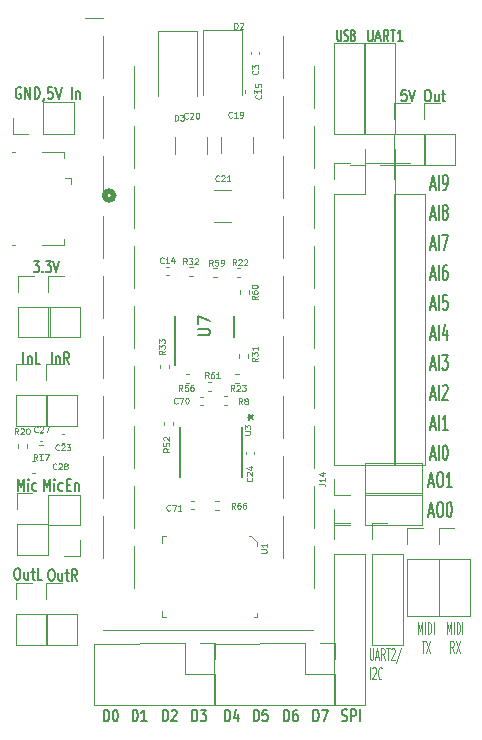
<source format=gbr>
%TF.GenerationSoftware,KiCad,Pcbnew,7.0.7*%
%TF.CreationDate,2023-10-22T22:56:54-04:00*%
%TF.ProjectId,DaisySeedBreakout,44616973-7953-4656-9564-427265616b6f,rev?*%
%TF.SameCoordinates,Original*%
%TF.FileFunction,Legend,Top*%
%TF.FilePolarity,Positive*%
%FSLAX46Y46*%
G04 Gerber Fmt 4.6, Leading zero omitted, Abs format (unit mm)*
G04 Created by KiCad (PCBNEW 7.0.7) date 2023-10-22 22:56:54*
%MOMM*%
%LPD*%
G01*
G04 APERTURE LIST*
%ADD10C,0.150000*%
%ADD11C,0.125000*%
%ADD12C,0.142850*%
%ADD13C,0.200000*%
%ADD14C,0.508000*%
%ADD15C,0.120000*%
%ADD16C,0.100000*%
%ADD17C,0.152400*%
G04 APERTURE END LIST*
D10*
X130754684Y-53245165D02*
X131188017Y-53245165D01*
X131188017Y-53245165D02*
X130954684Y-53626117D01*
X130954684Y-53626117D02*
X131054684Y-53626117D01*
X131054684Y-53626117D02*
X131121350Y-53673736D01*
X131121350Y-53673736D02*
X131154684Y-53721355D01*
X131154684Y-53721355D02*
X131188017Y-53816593D01*
X131188017Y-53816593D02*
X131188017Y-54054688D01*
X131188017Y-54054688D02*
X131154684Y-54149926D01*
X131154684Y-54149926D02*
X131121350Y-54197546D01*
X131121350Y-54197546D02*
X131054684Y-54245165D01*
X131054684Y-54245165D02*
X130854684Y-54245165D01*
X130854684Y-54245165D02*
X130788017Y-54197546D01*
X130788017Y-54197546D02*
X130754684Y-54149926D01*
X131488017Y-54149926D02*
X131521351Y-54197546D01*
X131521351Y-54197546D02*
X131488017Y-54245165D01*
X131488017Y-54245165D02*
X131454684Y-54197546D01*
X131454684Y-54197546D02*
X131488017Y-54149926D01*
X131488017Y-54149926D02*
X131488017Y-54245165D01*
X131754684Y-53245165D02*
X132188017Y-53245165D01*
X132188017Y-53245165D02*
X131954684Y-53626117D01*
X131954684Y-53626117D02*
X132054684Y-53626117D01*
X132054684Y-53626117D02*
X132121350Y-53673736D01*
X132121350Y-53673736D02*
X132154684Y-53721355D01*
X132154684Y-53721355D02*
X132188017Y-53816593D01*
X132188017Y-53816593D02*
X132188017Y-54054688D01*
X132188017Y-54054688D02*
X132154684Y-54149926D01*
X132154684Y-54149926D02*
X132121350Y-54197546D01*
X132121350Y-54197546D02*
X132054684Y-54245165D01*
X132054684Y-54245165D02*
X131854684Y-54245165D01*
X131854684Y-54245165D02*
X131788017Y-54197546D01*
X131788017Y-54197546D02*
X131754684Y-54149926D01*
X132388017Y-53245165D02*
X132621351Y-54245165D01*
X132621351Y-54245165D02*
X132854684Y-53245165D01*
D11*
X163297551Y-84868081D02*
X163297551Y-83868081D01*
X163297551Y-83868081D02*
X163464218Y-84582366D01*
X163464218Y-84582366D02*
X163630884Y-83868081D01*
X163630884Y-83868081D02*
X163630884Y-84868081D01*
X163868980Y-84868081D02*
X163868980Y-83868081D01*
X164107075Y-84868081D02*
X164107075Y-83868081D01*
X164107075Y-83868081D02*
X164226123Y-83868081D01*
X164226123Y-83868081D02*
X164297551Y-83915700D01*
X164297551Y-83915700D02*
X164345170Y-84010938D01*
X164345170Y-84010938D02*
X164368980Y-84106176D01*
X164368980Y-84106176D02*
X164392789Y-84296652D01*
X164392789Y-84296652D02*
X164392789Y-84439509D01*
X164392789Y-84439509D02*
X164368980Y-84629985D01*
X164368980Y-84629985D02*
X164345170Y-84725223D01*
X164345170Y-84725223D02*
X164297551Y-84820462D01*
X164297551Y-84820462D02*
X164226123Y-84868081D01*
X164226123Y-84868081D02*
X164107075Y-84868081D01*
X164607075Y-84868081D02*
X164607075Y-83868081D01*
X163571361Y-85478081D02*
X163857075Y-85478081D01*
X163714218Y-86478081D02*
X163714218Y-85478081D01*
X163976122Y-85478081D02*
X164309455Y-86478081D01*
X164309455Y-85478081D02*
X163976122Y-86478081D01*
X165715238Y-84861119D02*
X165715238Y-83861119D01*
X165715238Y-83861119D02*
X165881905Y-84575404D01*
X165881905Y-84575404D02*
X166048571Y-83861119D01*
X166048571Y-83861119D02*
X166048571Y-84861119D01*
X166286667Y-84861119D02*
X166286667Y-83861119D01*
X166524762Y-84861119D02*
X166524762Y-83861119D01*
X166524762Y-83861119D02*
X166643810Y-83861119D01*
X166643810Y-83861119D02*
X166715238Y-83908738D01*
X166715238Y-83908738D02*
X166762857Y-84003976D01*
X166762857Y-84003976D02*
X166786667Y-84099214D01*
X166786667Y-84099214D02*
X166810476Y-84289690D01*
X166810476Y-84289690D02*
X166810476Y-84432547D01*
X166810476Y-84432547D02*
X166786667Y-84623023D01*
X166786667Y-84623023D02*
X166762857Y-84718261D01*
X166762857Y-84718261D02*
X166715238Y-84813500D01*
X166715238Y-84813500D02*
X166643810Y-84861119D01*
X166643810Y-84861119D02*
X166524762Y-84861119D01*
X167024762Y-84861119D02*
X167024762Y-83861119D01*
X166286666Y-86471119D02*
X166120000Y-85994928D01*
X166000952Y-86471119D02*
X166000952Y-85471119D01*
X166000952Y-85471119D02*
X166191428Y-85471119D01*
X166191428Y-85471119D02*
X166239047Y-85518738D01*
X166239047Y-85518738D02*
X166262857Y-85566357D01*
X166262857Y-85566357D02*
X166286666Y-85661595D01*
X166286666Y-85661595D02*
X166286666Y-85804452D01*
X166286666Y-85804452D02*
X166262857Y-85899690D01*
X166262857Y-85899690D02*
X166239047Y-85947309D01*
X166239047Y-85947309D02*
X166191428Y-85994928D01*
X166191428Y-85994928D02*
X166000952Y-85994928D01*
X166453333Y-85471119D02*
X166786666Y-86471119D01*
X166786666Y-85471119D02*
X166453333Y-86471119D01*
X159192457Y-86069425D02*
X159192457Y-86878948D01*
X159192457Y-86878948D02*
X159216267Y-86974186D01*
X159216267Y-86974186D02*
X159240076Y-87021806D01*
X159240076Y-87021806D02*
X159287695Y-87069425D01*
X159287695Y-87069425D02*
X159382933Y-87069425D01*
X159382933Y-87069425D02*
X159430552Y-87021806D01*
X159430552Y-87021806D02*
X159454362Y-86974186D01*
X159454362Y-86974186D02*
X159478171Y-86878948D01*
X159478171Y-86878948D02*
X159478171Y-86069425D01*
X159692458Y-86783710D02*
X159930553Y-86783710D01*
X159644839Y-87069425D02*
X159811505Y-86069425D01*
X159811505Y-86069425D02*
X159978172Y-87069425D01*
X160430552Y-87069425D02*
X160263886Y-86593234D01*
X160144838Y-87069425D02*
X160144838Y-86069425D01*
X160144838Y-86069425D02*
X160335314Y-86069425D01*
X160335314Y-86069425D02*
X160382933Y-86117044D01*
X160382933Y-86117044D02*
X160406743Y-86164663D01*
X160406743Y-86164663D02*
X160430552Y-86259901D01*
X160430552Y-86259901D02*
X160430552Y-86402758D01*
X160430552Y-86402758D02*
X160406743Y-86497996D01*
X160406743Y-86497996D02*
X160382933Y-86545615D01*
X160382933Y-86545615D02*
X160335314Y-86593234D01*
X160335314Y-86593234D02*
X160144838Y-86593234D01*
X160573410Y-86069425D02*
X160859124Y-86069425D01*
X160716267Y-87069425D02*
X160716267Y-86069425D01*
X161001981Y-86164663D02*
X161025790Y-86117044D01*
X161025790Y-86117044D02*
X161073409Y-86069425D01*
X161073409Y-86069425D02*
X161192457Y-86069425D01*
X161192457Y-86069425D02*
X161240076Y-86117044D01*
X161240076Y-86117044D02*
X161263885Y-86164663D01*
X161263885Y-86164663D02*
X161287695Y-86259901D01*
X161287695Y-86259901D02*
X161287695Y-86355139D01*
X161287695Y-86355139D02*
X161263885Y-86497996D01*
X161263885Y-86497996D02*
X160978171Y-87069425D01*
X160978171Y-87069425D02*
X161287695Y-87069425D01*
X161859123Y-86021806D02*
X161430552Y-87307520D01*
X159192457Y-88679425D02*
X159192457Y-87679425D01*
X159406743Y-87774663D02*
X159430552Y-87727044D01*
X159430552Y-87727044D02*
X159478171Y-87679425D01*
X159478171Y-87679425D02*
X159597219Y-87679425D01*
X159597219Y-87679425D02*
X159644838Y-87727044D01*
X159644838Y-87727044D02*
X159668647Y-87774663D01*
X159668647Y-87774663D02*
X159692457Y-87869901D01*
X159692457Y-87869901D02*
X159692457Y-87965139D01*
X159692457Y-87965139D02*
X159668647Y-88107996D01*
X159668647Y-88107996D02*
X159382933Y-88679425D01*
X159382933Y-88679425D02*
X159692457Y-88679425D01*
X160192456Y-88584186D02*
X160168647Y-88631806D01*
X160168647Y-88631806D02*
X160097218Y-88679425D01*
X160097218Y-88679425D02*
X160049599Y-88679425D01*
X160049599Y-88679425D02*
X159978171Y-88631806D01*
X159978171Y-88631806D02*
X159930552Y-88536567D01*
X159930552Y-88536567D02*
X159906742Y-88441329D01*
X159906742Y-88441329D02*
X159882933Y-88250853D01*
X159882933Y-88250853D02*
X159882933Y-88107996D01*
X159882933Y-88107996D02*
X159906742Y-87917520D01*
X159906742Y-87917520D02*
X159930552Y-87822282D01*
X159930552Y-87822282D02*
X159978171Y-87727044D01*
X159978171Y-87727044D02*
X160049599Y-87679425D01*
X160049599Y-87679425D02*
X160097218Y-87679425D01*
X160097218Y-87679425D02*
X160168647Y-87727044D01*
X160168647Y-87727044D02*
X160192456Y-87774663D01*
D10*
X139098159Y-92269377D02*
X139098159Y-91269377D01*
X139098159Y-91269377D02*
X139281826Y-91269377D01*
X139281826Y-91269377D02*
X139392026Y-91316996D01*
X139392026Y-91316996D02*
X139465493Y-91412234D01*
X139465493Y-91412234D02*
X139502226Y-91507472D01*
X139502226Y-91507472D02*
X139538959Y-91697948D01*
X139538959Y-91697948D02*
X139538959Y-91840805D01*
X139538959Y-91840805D02*
X139502226Y-92031281D01*
X139502226Y-92031281D02*
X139465493Y-92126519D01*
X139465493Y-92126519D02*
X139392026Y-92221758D01*
X139392026Y-92221758D02*
X139281826Y-92269377D01*
X139281826Y-92269377D02*
X139098159Y-92269377D01*
X140273626Y-92269377D02*
X139832826Y-92269377D01*
X140053226Y-92269377D02*
X140053226Y-91269377D01*
X140053226Y-91269377D02*
X139979759Y-91412234D01*
X139979759Y-91412234D02*
X139906293Y-91507472D01*
X139906293Y-91507472D02*
X139832826Y-91555091D01*
X141670222Y-92269377D02*
X141670222Y-91269377D01*
X141670222Y-91269377D02*
X141853889Y-91269377D01*
X141853889Y-91269377D02*
X141964089Y-91316996D01*
X141964089Y-91316996D02*
X142037556Y-91412234D01*
X142037556Y-91412234D02*
X142074289Y-91507472D01*
X142074289Y-91507472D02*
X142111022Y-91697948D01*
X142111022Y-91697948D02*
X142111022Y-91840805D01*
X142111022Y-91840805D02*
X142074289Y-92031281D01*
X142074289Y-92031281D02*
X142037556Y-92126519D01*
X142037556Y-92126519D02*
X141964089Y-92221758D01*
X141964089Y-92221758D02*
X141853889Y-92269377D01*
X141853889Y-92269377D02*
X141670222Y-92269377D01*
X142404889Y-91364615D02*
X142441622Y-91316996D01*
X142441622Y-91316996D02*
X142515089Y-91269377D01*
X142515089Y-91269377D02*
X142698756Y-91269377D01*
X142698756Y-91269377D02*
X142772222Y-91316996D01*
X142772222Y-91316996D02*
X142808956Y-91364615D01*
X142808956Y-91364615D02*
X142845689Y-91459853D01*
X142845689Y-91459853D02*
X142845689Y-91555091D01*
X142845689Y-91555091D02*
X142808956Y-91697948D01*
X142808956Y-91697948D02*
X142368156Y-92269377D01*
X142368156Y-92269377D02*
X142845689Y-92269377D01*
X144148756Y-92269377D02*
X144148756Y-91269377D01*
X144148756Y-91269377D02*
X144332423Y-91269377D01*
X144332423Y-91269377D02*
X144442623Y-91316996D01*
X144442623Y-91316996D02*
X144516090Y-91412234D01*
X144516090Y-91412234D02*
X144552823Y-91507472D01*
X144552823Y-91507472D02*
X144589556Y-91697948D01*
X144589556Y-91697948D02*
X144589556Y-91840805D01*
X144589556Y-91840805D02*
X144552823Y-92031281D01*
X144552823Y-92031281D02*
X144516090Y-92126519D01*
X144516090Y-92126519D02*
X144442623Y-92221758D01*
X144442623Y-92221758D02*
X144332423Y-92269377D01*
X144332423Y-92269377D02*
X144148756Y-92269377D01*
X144846690Y-91269377D02*
X145324223Y-91269377D01*
X145324223Y-91269377D02*
X145067090Y-91650329D01*
X145067090Y-91650329D02*
X145177290Y-91650329D01*
X145177290Y-91650329D02*
X145250756Y-91697948D01*
X145250756Y-91697948D02*
X145287490Y-91745567D01*
X145287490Y-91745567D02*
X145324223Y-91840805D01*
X145324223Y-91840805D02*
X145324223Y-92078900D01*
X145324223Y-92078900D02*
X145287490Y-92174138D01*
X145287490Y-92174138D02*
X145250756Y-92221758D01*
X145250756Y-92221758D02*
X145177290Y-92269377D01*
X145177290Y-92269377D02*
X144956890Y-92269377D01*
X144956890Y-92269377D02*
X144883423Y-92221758D01*
X144883423Y-92221758D02*
X144846690Y-92174138D01*
X136678082Y-92269377D02*
X136678082Y-91269377D01*
X136678082Y-91269377D02*
X136861749Y-91269377D01*
X136861749Y-91269377D02*
X136971949Y-91316996D01*
X136971949Y-91316996D02*
X137045416Y-91412234D01*
X137045416Y-91412234D02*
X137082149Y-91507472D01*
X137082149Y-91507472D02*
X137118882Y-91697948D01*
X137118882Y-91697948D02*
X137118882Y-91840805D01*
X137118882Y-91840805D02*
X137082149Y-92031281D01*
X137082149Y-92031281D02*
X137045416Y-92126519D01*
X137045416Y-92126519D02*
X136971949Y-92221758D01*
X136971949Y-92221758D02*
X136861749Y-92269377D01*
X136861749Y-92269377D02*
X136678082Y-92269377D01*
X137596416Y-91269377D02*
X137669882Y-91269377D01*
X137669882Y-91269377D02*
X137743349Y-91316996D01*
X137743349Y-91316996D02*
X137780082Y-91364615D01*
X137780082Y-91364615D02*
X137816816Y-91459853D01*
X137816816Y-91459853D02*
X137853549Y-91650329D01*
X137853549Y-91650329D02*
X137853549Y-91888424D01*
X137853549Y-91888424D02*
X137816816Y-92078900D01*
X137816816Y-92078900D02*
X137780082Y-92174138D01*
X137780082Y-92174138D02*
X137743349Y-92221758D01*
X137743349Y-92221758D02*
X137669882Y-92269377D01*
X137669882Y-92269377D02*
X137596416Y-92269377D01*
X137596416Y-92269377D02*
X137522949Y-92221758D01*
X137522949Y-92221758D02*
X137486216Y-92174138D01*
X137486216Y-92174138D02*
X137449482Y-92078900D01*
X137449482Y-92078900D02*
X137412749Y-91888424D01*
X137412749Y-91888424D02*
X137412749Y-91650329D01*
X137412749Y-91650329D02*
X137449482Y-91459853D01*
X137449482Y-91459853D02*
X137486216Y-91364615D01*
X137486216Y-91364615D02*
X137522949Y-91316996D01*
X137522949Y-91316996D02*
X137596416Y-91269377D01*
X154402950Y-92269377D02*
X154402950Y-91269377D01*
X154402950Y-91269377D02*
X154586617Y-91269377D01*
X154586617Y-91269377D02*
X154696817Y-91316996D01*
X154696817Y-91316996D02*
X154770284Y-91412234D01*
X154770284Y-91412234D02*
X154807017Y-91507472D01*
X154807017Y-91507472D02*
X154843750Y-91697948D01*
X154843750Y-91697948D02*
X154843750Y-91840805D01*
X154843750Y-91840805D02*
X154807017Y-92031281D01*
X154807017Y-92031281D02*
X154770284Y-92126519D01*
X154770284Y-92126519D02*
X154696817Y-92221758D01*
X154696817Y-92221758D02*
X154586617Y-92269377D01*
X154586617Y-92269377D02*
X154402950Y-92269377D01*
X155100884Y-91269377D02*
X155615150Y-91269377D01*
X155615150Y-91269377D02*
X155284550Y-92269377D01*
X151924416Y-92269377D02*
X151924416Y-91269377D01*
X151924416Y-91269377D02*
X152108083Y-91269377D01*
X152108083Y-91269377D02*
X152218283Y-91316996D01*
X152218283Y-91316996D02*
X152291750Y-91412234D01*
X152291750Y-91412234D02*
X152328483Y-91507472D01*
X152328483Y-91507472D02*
X152365216Y-91697948D01*
X152365216Y-91697948D02*
X152365216Y-91840805D01*
X152365216Y-91840805D02*
X152328483Y-92031281D01*
X152328483Y-92031281D02*
X152291750Y-92126519D01*
X152291750Y-92126519D02*
X152218283Y-92221758D01*
X152218283Y-92221758D02*
X152108083Y-92269377D01*
X152108083Y-92269377D02*
X151924416Y-92269377D01*
X153026416Y-91269377D02*
X152879483Y-91269377D01*
X152879483Y-91269377D02*
X152806016Y-91316996D01*
X152806016Y-91316996D02*
X152769283Y-91364615D01*
X152769283Y-91364615D02*
X152695816Y-91507472D01*
X152695816Y-91507472D02*
X152659083Y-91697948D01*
X152659083Y-91697948D02*
X152659083Y-92078900D01*
X152659083Y-92078900D02*
X152695816Y-92174138D01*
X152695816Y-92174138D02*
X152732550Y-92221758D01*
X152732550Y-92221758D02*
X152806016Y-92269377D01*
X152806016Y-92269377D02*
X152952950Y-92269377D01*
X152952950Y-92269377D02*
X153026416Y-92221758D01*
X153026416Y-92221758D02*
X153063150Y-92174138D01*
X153063150Y-92174138D02*
X153099883Y-92078900D01*
X153099883Y-92078900D02*
X153099883Y-91840805D01*
X153099883Y-91840805D02*
X153063150Y-91745567D01*
X153063150Y-91745567D02*
X153026416Y-91697948D01*
X153026416Y-91697948D02*
X152952950Y-91650329D01*
X152952950Y-91650329D02*
X152806016Y-91650329D01*
X152806016Y-91650329D02*
X152732550Y-91697948D01*
X152732550Y-91697948D02*
X152695816Y-91745567D01*
X152695816Y-91745567D02*
X152659083Y-91840805D01*
X149352353Y-92269377D02*
X149352353Y-91269377D01*
X149352353Y-91269377D02*
X149536020Y-91269377D01*
X149536020Y-91269377D02*
X149646220Y-91316996D01*
X149646220Y-91316996D02*
X149719687Y-91412234D01*
X149719687Y-91412234D02*
X149756420Y-91507472D01*
X149756420Y-91507472D02*
X149793153Y-91697948D01*
X149793153Y-91697948D02*
X149793153Y-91840805D01*
X149793153Y-91840805D02*
X149756420Y-92031281D01*
X149756420Y-92031281D02*
X149719687Y-92126519D01*
X149719687Y-92126519D02*
X149646220Y-92221758D01*
X149646220Y-92221758D02*
X149536020Y-92269377D01*
X149536020Y-92269377D02*
X149352353Y-92269377D01*
X150491087Y-91269377D02*
X150123753Y-91269377D01*
X150123753Y-91269377D02*
X150087020Y-91745567D01*
X150087020Y-91745567D02*
X150123753Y-91697948D01*
X150123753Y-91697948D02*
X150197220Y-91650329D01*
X150197220Y-91650329D02*
X150380887Y-91650329D01*
X150380887Y-91650329D02*
X150454353Y-91697948D01*
X150454353Y-91697948D02*
X150491087Y-91745567D01*
X150491087Y-91745567D02*
X150527820Y-91840805D01*
X150527820Y-91840805D02*
X150527820Y-92078900D01*
X150527820Y-92078900D02*
X150491087Y-92174138D01*
X150491087Y-92174138D02*
X150454353Y-92221758D01*
X150454353Y-92221758D02*
X150380887Y-92269377D01*
X150380887Y-92269377D02*
X150197220Y-92269377D01*
X150197220Y-92269377D02*
X150123753Y-92221758D01*
X150123753Y-92221758D02*
X150087020Y-92174138D01*
X132154021Y-79362621D02*
X132300954Y-79362621D01*
X132300954Y-79362621D02*
X132374421Y-79410240D01*
X132374421Y-79410240D02*
X132447887Y-79505478D01*
X132447887Y-79505478D02*
X132484621Y-79695954D01*
X132484621Y-79695954D02*
X132484621Y-80029287D01*
X132484621Y-80029287D02*
X132447887Y-80219763D01*
X132447887Y-80219763D02*
X132374421Y-80315002D01*
X132374421Y-80315002D02*
X132300954Y-80362621D01*
X132300954Y-80362621D02*
X132154021Y-80362621D01*
X132154021Y-80362621D02*
X132080554Y-80315002D01*
X132080554Y-80315002D02*
X132007087Y-80219763D01*
X132007087Y-80219763D02*
X131970354Y-80029287D01*
X131970354Y-80029287D02*
X131970354Y-79695954D01*
X131970354Y-79695954D02*
X132007087Y-79505478D01*
X132007087Y-79505478D02*
X132080554Y-79410240D01*
X132080554Y-79410240D02*
X132154021Y-79362621D01*
X133145820Y-79695954D02*
X133145820Y-80362621D01*
X132815220Y-79695954D02*
X132815220Y-80219763D01*
X132815220Y-80219763D02*
X132851954Y-80315002D01*
X132851954Y-80315002D02*
X132925420Y-80362621D01*
X132925420Y-80362621D02*
X133035620Y-80362621D01*
X133035620Y-80362621D02*
X133109087Y-80315002D01*
X133109087Y-80315002D02*
X133145820Y-80267382D01*
X133402953Y-79695954D02*
X133696820Y-79695954D01*
X133513153Y-79362621D02*
X133513153Y-80219763D01*
X133513153Y-80219763D02*
X133549887Y-80315002D01*
X133549887Y-80315002D02*
X133623353Y-80362621D01*
X133623353Y-80362621D02*
X133696820Y-80362621D01*
X134394753Y-80362621D02*
X134137620Y-79886430D01*
X133953953Y-80362621D02*
X133953953Y-79362621D01*
X133953953Y-79362621D02*
X134247820Y-79362621D01*
X134247820Y-79362621D02*
X134321287Y-79410240D01*
X134321287Y-79410240D02*
X134358020Y-79457859D01*
X134358020Y-79457859D02*
X134394753Y-79553097D01*
X134394753Y-79553097D02*
X134394753Y-79695954D01*
X134394753Y-79695954D02*
X134358020Y-79791192D01*
X134358020Y-79791192D02*
X134321287Y-79838811D01*
X134321287Y-79838811D02*
X134247820Y-79886430D01*
X134247820Y-79886430D02*
X133953953Y-79886430D01*
X129267089Y-79274937D02*
X129414022Y-79274937D01*
X129414022Y-79274937D02*
X129487489Y-79322556D01*
X129487489Y-79322556D02*
X129560955Y-79417794D01*
X129560955Y-79417794D02*
X129597689Y-79608270D01*
X129597689Y-79608270D02*
X129597689Y-79941603D01*
X129597689Y-79941603D02*
X129560955Y-80132079D01*
X129560955Y-80132079D02*
X129487489Y-80227318D01*
X129487489Y-80227318D02*
X129414022Y-80274937D01*
X129414022Y-80274937D02*
X129267089Y-80274937D01*
X129267089Y-80274937D02*
X129193622Y-80227318D01*
X129193622Y-80227318D02*
X129120155Y-80132079D01*
X129120155Y-80132079D02*
X129083422Y-79941603D01*
X129083422Y-79941603D02*
X129083422Y-79608270D01*
X129083422Y-79608270D02*
X129120155Y-79417794D01*
X129120155Y-79417794D02*
X129193622Y-79322556D01*
X129193622Y-79322556D02*
X129267089Y-79274937D01*
X130258888Y-79608270D02*
X130258888Y-80274937D01*
X129928288Y-79608270D02*
X129928288Y-80132079D01*
X129928288Y-80132079D02*
X129965022Y-80227318D01*
X129965022Y-80227318D02*
X130038488Y-80274937D01*
X130038488Y-80274937D02*
X130148688Y-80274937D01*
X130148688Y-80274937D02*
X130222155Y-80227318D01*
X130222155Y-80227318D02*
X130258888Y-80179698D01*
X130516021Y-79608270D02*
X130809888Y-79608270D01*
X130626221Y-79274937D02*
X130626221Y-80132079D01*
X130626221Y-80132079D02*
X130662955Y-80227318D01*
X130662955Y-80227318D02*
X130736421Y-80274937D01*
X130736421Y-80274937D02*
X130809888Y-80274937D01*
X131434355Y-80274937D02*
X131067021Y-80274937D01*
X131067021Y-80274937D02*
X131067021Y-79274937D01*
X131591047Y-72738054D02*
X131591047Y-71738054D01*
X131591047Y-71738054D02*
X131848181Y-72452339D01*
X131848181Y-72452339D02*
X132105314Y-71738054D01*
X132105314Y-71738054D02*
X132105314Y-72738054D01*
X132472647Y-72738054D02*
X132472647Y-72071387D01*
X132472647Y-71738054D02*
X132435914Y-71785673D01*
X132435914Y-71785673D02*
X132472647Y-71833292D01*
X132472647Y-71833292D02*
X132509381Y-71785673D01*
X132509381Y-71785673D02*
X132472647Y-71738054D01*
X132472647Y-71738054D02*
X132472647Y-71833292D01*
X133170580Y-72690435D02*
X133097114Y-72738054D01*
X133097114Y-72738054D02*
X132950180Y-72738054D01*
X132950180Y-72738054D02*
X132876714Y-72690435D01*
X132876714Y-72690435D02*
X132839980Y-72642815D01*
X132839980Y-72642815D02*
X132803247Y-72547577D01*
X132803247Y-72547577D02*
X132803247Y-72261863D01*
X132803247Y-72261863D02*
X132839980Y-72166625D01*
X132839980Y-72166625D02*
X132876714Y-72119006D01*
X132876714Y-72119006D02*
X132950180Y-72071387D01*
X132950180Y-72071387D02*
X133097114Y-72071387D01*
X133097114Y-72071387D02*
X133170580Y-72119006D01*
X133501180Y-72214244D02*
X133758314Y-72214244D01*
X133868514Y-72738054D02*
X133501180Y-72738054D01*
X133501180Y-72738054D02*
X133501180Y-71738054D01*
X133501180Y-71738054D02*
X133868514Y-71738054D01*
X134199113Y-72071387D02*
X134199113Y-72738054D01*
X134199113Y-72166625D02*
X134235847Y-72119006D01*
X134235847Y-72119006D02*
X134309313Y-72071387D01*
X134309313Y-72071387D02*
X134419513Y-72071387D01*
X134419513Y-72071387D02*
X134492980Y-72119006D01*
X134492980Y-72119006D02*
X134529713Y-72214244D01*
X134529713Y-72214244D02*
X134529713Y-72738054D01*
X129374333Y-72738054D02*
X129374333Y-71738054D01*
X129374333Y-71738054D02*
X129631467Y-72452339D01*
X129631467Y-72452339D02*
X129888600Y-71738054D01*
X129888600Y-71738054D02*
X129888600Y-72738054D01*
X130255933Y-72738054D02*
X130255933Y-72071387D01*
X130255933Y-71738054D02*
X130219200Y-71785673D01*
X130219200Y-71785673D02*
X130255933Y-71833292D01*
X130255933Y-71833292D02*
X130292667Y-71785673D01*
X130292667Y-71785673D02*
X130255933Y-71738054D01*
X130255933Y-71738054D02*
X130255933Y-71833292D01*
X130953866Y-72690435D02*
X130880400Y-72738054D01*
X130880400Y-72738054D02*
X130733466Y-72738054D01*
X130733466Y-72738054D02*
X130660000Y-72690435D01*
X130660000Y-72690435D02*
X130623266Y-72642815D01*
X130623266Y-72642815D02*
X130586533Y-72547577D01*
X130586533Y-72547577D02*
X130586533Y-72261863D01*
X130586533Y-72261863D02*
X130623266Y-72166625D01*
X130623266Y-72166625D02*
X130660000Y-72119006D01*
X130660000Y-72119006D02*
X130733466Y-72071387D01*
X130733466Y-72071387D02*
X130880400Y-72071387D01*
X130880400Y-72071387D02*
X130953866Y-72119006D01*
X162256850Y-38774819D02*
X161889516Y-38774819D01*
X161889516Y-38774819D02*
X161852783Y-39251009D01*
X161852783Y-39251009D02*
X161889516Y-39203390D01*
X161889516Y-39203390D02*
X161962983Y-39155771D01*
X161962983Y-39155771D02*
X162146650Y-39155771D01*
X162146650Y-39155771D02*
X162220116Y-39203390D01*
X162220116Y-39203390D02*
X162256850Y-39251009D01*
X162256850Y-39251009D02*
X162293583Y-39346247D01*
X162293583Y-39346247D02*
X162293583Y-39584342D01*
X162293583Y-39584342D02*
X162256850Y-39679580D01*
X162256850Y-39679580D02*
X162220116Y-39727200D01*
X162220116Y-39727200D02*
X162146650Y-39774819D01*
X162146650Y-39774819D02*
X161962983Y-39774819D01*
X161962983Y-39774819D02*
X161889516Y-39727200D01*
X161889516Y-39727200D02*
X161852783Y-39679580D01*
X162513983Y-38774819D02*
X162771117Y-39774819D01*
X162771117Y-39774819D02*
X163028250Y-38774819D01*
X164020050Y-38774819D02*
X164166983Y-38774819D01*
X164166983Y-38774819D02*
X164240450Y-38822438D01*
X164240450Y-38822438D02*
X164313916Y-38917676D01*
X164313916Y-38917676D02*
X164350650Y-39108152D01*
X164350650Y-39108152D02*
X164350650Y-39441485D01*
X164350650Y-39441485D02*
X164313916Y-39631961D01*
X164313916Y-39631961D02*
X164240450Y-39727200D01*
X164240450Y-39727200D02*
X164166983Y-39774819D01*
X164166983Y-39774819D02*
X164020050Y-39774819D01*
X164020050Y-39774819D02*
X163946583Y-39727200D01*
X163946583Y-39727200D02*
X163873116Y-39631961D01*
X163873116Y-39631961D02*
X163836383Y-39441485D01*
X163836383Y-39441485D02*
X163836383Y-39108152D01*
X163836383Y-39108152D02*
X163873116Y-38917676D01*
X163873116Y-38917676D02*
X163946583Y-38822438D01*
X163946583Y-38822438D02*
X164020050Y-38774819D01*
X165011849Y-39108152D02*
X165011849Y-39774819D01*
X164681249Y-39108152D02*
X164681249Y-39631961D01*
X164681249Y-39631961D02*
X164717983Y-39727200D01*
X164717983Y-39727200D02*
X164791449Y-39774819D01*
X164791449Y-39774819D02*
X164901649Y-39774819D01*
X164901649Y-39774819D02*
X164975116Y-39727200D01*
X164975116Y-39727200D02*
X165011849Y-39679580D01*
X165268982Y-39108152D02*
X165562849Y-39108152D01*
X165379182Y-38774819D02*
X165379182Y-39631961D01*
X165379182Y-39631961D02*
X165415916Y-39727200D01*
X165415916Y-39727200D02*
X165489382Y-39774819D01*
X165489382Y-39774819D02*
X165562849Y-39774819D01*
X132233316Y-61999819D02*
X132233316Y-60999819D01*
X132600649Y-61333152D02*
X132600649Y-61999819D01*
X132600649Y-61428390D02*
X132637383Y-61380771D01*
X132637383Y-61380771D02*
X132710849Y-61333152D01*
X132710849Y-61333152D02*
X132821049Y-61333152D01*
X132821049Y-61333152D02*
X132894516Y-61380771D01*
X132894516Y-61380771D02*
X132931249Y-61476009D01*
X132931249Y-61476009D02*
X132931249Y-61999819D01*
X133739382Y-61999819D02*
X133482249Y-61523628D01*
X133298582Y-61999819D02*
X133298582Y-60999819D01*
X133298582Y-60999819D02*
X133592449Y-60999819D01*
X133592449Y-60999819D02*
X133665916Y-61047438D01*
X133665916Y-61047438D02*
X133702649Y-61095057D01*
X133702649Y-61095057D02*
X133739382Y-61190295D01*
X133739382Y-61190295D02*
X133739382Y-61333152D01*
X133739382Y-61333152D02*
X133702649Y-61428390D01*
X133702649Y-61428390D02*
X133665916Y-61476009D01*
X133665916Y-61476009D02*
X133592449Y-61523628D01*
X133592449Y-61523628D02*
X133298582Y-61523628D01*
X129840249Y-61999819D02*
X129840249Y-60999819D01*
X130207582Y-61333152D02*
X130207582Y-61999819D01*
X130207582Y-61428390D02*
X130244316Y-61380771D01*
X130244316Y-61380771D02*
X130317782Y-61333152D01*
X130317782Y-61333152D02*
X130427982Y-61333152D01*
X130427982Y-61333152D02*
X130501449Y-61380771D01*
X130501449Y-61380771D02*
X130538182Y-61476009D01*
X130538182Y-61476009D02*
X130538182Y-61999819D01*
X131272849Y-61999819D02*
X130905515Y-61999819D01*
X130905515Y-61999819D02*
X130905515Y-60999819D01*
X156807507Y-92207897D02*
X156917707Y-92255516D01*
X156917707Y-92255516D02*
X157101374Y-92255516D01*
X157101374Y-92255516D02*
X157174840Y-92207897D01*
X157174840Y-92207897D02*
X157211574Y-92160277D01*
X157211574Y-92160277D02*
X157248307Y-92065039D01*
X157248307Y-92065039D02*
X157248307Y-91969801D01*
X157248307Y-91969801D02*
X157211574Y-91874563D01*
X157211574Y-91874563D02*
X157174840Y-91826944D01*
X157174840Y-91826944D02*
X157101374Y-91779325D01*
X157101374Y-91779325D02*
X156954440Y-91731706D01*
X156954440Y-91731706D02*
X156880974Y-91684087D01*
X156880974Y-91684087D02*
X156844240Y-91636468D01*
X156844240Y-91636468D02*
X156807507Y-91541230D01*
X156807507Y-91541230D02*
X156807507Y-91445992D01*
X156807507Y-91445992D02*
X156844240Y-91350754D01*
X156844240Y-91350754D02*
X156880974Y-91303135D01*
X156880974Y-91303135D02*
X156954440Y-91255516D01*
X156954440Y-91255516D02*
X157138107Y-91255516D01*
X157138107Y-91255516D02*
X157248307Y-91303135D01*
X157578907Y-92255516D02*
X157578907Y-91255516D01*
X157578907Y-91255516D02*
X157872774Y-91255516D01*
X157872774Y-91255516D02*
X157946241Y-91303135D01*
X157946241Y-91303135D02*
X157982974Y-91350754D01*
X157982974Y-91350754D02*
X158019707Y-91445992D01*
X158019707Y-91445992D02*
X158019707Y-91588849D01*
X158019707Y-91588849D02*
X157982974Y-91684087D01*
X157982974Y-91684087D02*
X157946241Y-91731706D01*
X157946241Y-91731706D02*
X157872774Y-91779325D01*
X157872774Y-91779325D02*
X157578907Y-91779325D01*
X158350307Y-92255516D02*
X158350307Y-91255516D01*
X159015350Y-33694819D02*
X159015350Y-34504342D01*
X159015350Y-34504342D02*
X159048684Y-34599580D01*
X159048684Y-34599580D02*
X159082017Y-34647200D01*
X159082017Y-34647200D02*
X159148684Y-34694819D01*
X159148684Y-34694819D02*
X159282017Y-34694819D01*
X159282017Y-34694819D02*
X159348684Y-34647200D01*
X159348684Y-34647200D02*
X159382017Y-34599580D01*
X159382017Y-34599580D02*
X159415350Y-34504342D01*
X159415350Y-34504342D02*
X159415350Y-33694819D01*
X159715350Y-34409104D02*
X160048683Y-34409104D01*
X159648683Y-34694819D02*
X159882017Y-33694819D01*
X159882017Y-33694819D02*
X160115350Y-34694819D01*
X160748683Y-34694819D02*
X160515350Y-34218628D01*
X160348683Y-34694819D02*
X160348683Y-33694819D01*
X160348683Y-33694819D02*
X160615350Y-33694819D01*
X160615350Y-33694819D02*
X160682017Y-33742438D01*
X160682017Y-33742438D02*
X160715350Y-33790057D01*
X160715350Y-33790057D02*
X160748683Y-33885295D01*
X160748683Y-33885295D02*
X160748683Y-34028152D01*
X160748683Y-34028152D02*
X160715350Y-34123390D01*
X160715350Y-34123390D02*
X160682017Y-34171009D01*
X160682017Y-34171009D02*
X160615350Y-34218628D01*
X160615350Y-34218628D02*
X160348683Y-34218628D01*
X160948683Y-33694819D02*
X161348683Y-33694819D01*
X161148683Y-34694819D02*
X161148683Y-33694819D01*
X161948683Y-34694819D02*
X161548683Y-34694819D01*
X161748683Y-34694819D02*
X161748683Y-33694819D01*
X161748683Y-33694819D02*
X161682016Y-33837676D01*
X161682016Y-33837676D02*
X161615350Y-33932914D01*
X161615350Y-33932914D02*
X161548683Y-33980533D01*
X129627231Y-38601732D02*
X129553764Y-38554113D01*
X129553764Y-38554113D02*
X129443564Y-38554113D01*
X129443564Y-38554113D02*
X129333364Y-38601732D01*
X129333364Y-38601732D02*
X129259898Y-38696970D01*
X129259898Y-38696970D02*
X129223164Y-38792208D01*
X129223164Y-38792208D02*
X129186431Y-38982684D01*
X129186431Y-38982684D02*
X129186431Y-39125541D01*
X129186431Y-39125541D02*
X129223164Y-39316017D01*
X129223164Y-39316017D02*
X129259898Y-39411255D01*
X129259898Y-39411255D02*
X129333364Y-39506494D01*
X129333364Y-39506494D02*
X129443564Y-39554113D01*
X129443564Y-39554113D02*
X129517031Y-39554113D01*
X129517031Y-39554113D02*
X129627231Y-39506494D01*
X129627231Y-39506494D02*
X129663964Y-39458874D01*
X129663964Y-39458874D02*
X129663964Y-39125541D01*
X129663964Y-39125541D02*
X129517031Y-39125541D01*
X129994564Y-39554113D02*
X129994564Y-38554113D01*
X129994564Y-38554113D02*
X130435364Y-39554113D01*
X130435364Y-39554113D02*
X130435364Y-38554113D01*
X130802697Y-39554113D02*
X130802697Y-38554113D01*
X130802697Y-38554113D02*
X130986364Y-38554113D01*
X130986364Y-38554113D02*
X131096564Y-38601732D01*
X131096564Y-38601732D02*
X131170031Y-38696970D01*
X131170031Y-38696970D02*
X131206764Y-38792208D01*
X131206764Y-38792208D02*
X131243497Y-38982684D01*
X131243497Y-38982684D02*
X131243497Y-39125541D01*
X131243497Y-39125541D02*
X131206764Y-39316017D01*
X131206764Y-39316017D02*
X131170031Y-39411255D01*
X131170031Y-39411255D02*
X131096564Y-39506494D01*
X131096564Y-39506494D02*
X130986364Y-39554113D01*
X130986364Y-39554113D02*
X130802697Y-39554113D01*
X131610831Y-39506494D02*
X131610831Y-39554113D01*
X131610831Y-39554113D02*
X131574097Y-39649351D01*
X131574097Y-39649351D02*
X131537364Y-39696970D01*
X132308764Y-38554113D02*
X131941430Y-38554113D01*
X131941430Y-38554113D02*
X131904697Y-39030303D01*
X131904697Y-39030303D02*
X131941430Y-38982684D01*
X131941430Y-38982684D02*
X132014897Y-38935065D01*
X132014897Y-38935065D02*
X132198564Y-38935065D01*
X132198564Y-38935065D02*
X132272030Y-38982684D01*
X132272030Y-38982684D02*
X132308764Y-39030303D01*
X132308764Y-39030303D02*
X132345497Y-39125541D01*
X132345497Y-39125541D02*
X132345497Y-39363636D01*
X132345497Y-39363636D02*
X132308764Y-39458874D01*
X132308764Y-39458874D02*
X132272030Y-39506494D01*
X132272030Y-39506494D02*
X132198564Y-39554113D01*
X132198564Y-39554113D02*
X132014897Y-39554113D01*
X132014897Y-39554113D02*
X131941430Y-39506494D01*
X131941430Y-39506494D02*
X131904697Y-39458874D01*
X132565897Y-38554113D02*
X132823031Y-39554113D01*
X132823031Y-39554113D02*
X133080164Y-38554113D01*
X133925030Y-39554113D02*
X133925030Y-38554113D01*
X134292363Y-38887446D02*
X134292363Y-39554113D01*
X134292363Y-38982684D02*
X134329097Y-38935065D01*
X134329097Y-38935065D02*
X134402563Y-38887446D01*
X134402563Y-38887446D02*
X134512763Y-38887446D01*
X134512763Y-38887446D02*
X134586230Y-38935065D01*
X134586230Y-38935065D02*
X134622963Y-39030303D01*
X134622963Y-39030303D02*
X134622963Y-39554113D01*
X164214249Y-72064580D02*
X164581582Y-72064580D01*
X164140782Y-72421723D02*
X164397916Y-71171723D01*
X164397916Y-71171723D02*
X164655049Y-72421723D01*
X165059116Y-71171723D02*
X165206049Y-71171723D01*
X165206049Y-71171723D02*
X165279516Y-71231247D01*
X165279516Y-71231247D02*
X165352982Y-71350295D01*
X165352982Y-71350295D02*
X165389716Y-71588390D01*
X165389716Y-71588390D02*
X165389716Y-72005057D01*
X165389716Y-72005057D02*
X165352982Y-72243152D01*
X165352982Y-72243152D02*
X165279516Y-72362200D01*
X165279516Y-72362200D02*
X165206049Y-72421723D01*
X165206049Y-72421723D02*
X165059116Y-72421723D01*
X165059116Y-72421723D02*
X164985649Y-72362200D01*
X164985649Y-72362200D02*
X164912182Y-72243152D01*
X164912182Y-72243152D02*
X164875449Y-72005057D01*
X164875449Y-72005057D02*
X164875449Y-71588390D01*
X164875449Y-71588390D02*
X164912182Y-71350295D01*
X164912182Y-71350295D02*
X164985649Y-71231247D01*
X164985649Y-71231247D02*
X165059116Y-71171723D01*
X166124382Y-72421723D02*
X165683582Y-72421723D01*
X165903982Y-72421723D02*
X165903982Y-71171723D01*
X165903982Y-71171723D02*
X165830515Y-71350295D01*
X165830515Y-71350295D02*
X165757049Y-71469342D01*
X165757049Y-71469342D02*
X165683582Y-71528866D01*
X164214249Y-74604580D02*
X164581582Y-74604580D01*
X164140782Y-74961723D02*
X164397916Y-73711723D01*
X164397916Y-73711723D02*
X164655049Y-74961723D01*
X165059116Y-73711723D02*
X165206049Y-73711723D01*
X165206049Y-73711723D02*
X165279516Y-73771247D01*
X165279516Y-73771247D02*
X165352982Y-73890295D01*
X165352982Y-73890295D02*
X165389716Y-74128390D01*
X165389716Y-74128390D02*
X165389716Y-74545057D01*
X165389716Y-74545057D02*
X165352982Y-74783152D01*
X165352982Y-74783152D02*
X165279516Y-74902200D01*
X165279516Y-74902200D02*
X165206049Y-74961723D01*
X165206049Y-74961723D02*
X165059116Y-74961723D01*
X165059116Y-74961723D02*
X164985649Y-74902200D01*
X164985649Y-74902200D02*
X164912182Y-74783152D01*
X164912182Y-74783152D02*
X164875449Y-74545057D01*
X164875449Y-74545057D02*
X164875449Y-74128390D01*
X164875449Y-74128390D02*
X164912182Y-73890295D01*
X164912182Y-73890295D02*
X164985649Y-73771247D01*
X164985649Y-73771247D02*
X165059116Y-73711723D01*
X165867249Y-73711723D02*
X165940715Y-73711723D01*
X165940715Y-73711723D02*
X166014182Y-73771247D01*
X166014182Y-73771247D02*
X166050915Y-73830771D01*
X166050915Y-73830771D02*
X166087649Y-73949819D01*
X166087649Y-73949819D02*
X166124382Y-74187914D01*
X166124382Y-74187914D02*
X166124382Y-74485533D01*
X166124382Y-74485533D02*
X166087649Y-74723628D01*
X166087649Y-74723628D02*
X166050915Y-74842676D01*
X166050915Y-74842676D02*
X166014182Y-74902200D01*
X166014182Y-74902200D02*
X165940715Y-74961723D01*
X165940715Y-74961723D02*
X165867249Y-74961723D01*
X165867249Y-74961723D02*
X165793782Y-74902200D01*
X165793782Y-74902200D02*
X165757049Y-74842676D01*
X165757049Y-74842676D02*
X165720315Y-74723628D01*
X165720315Y-74723628D02*
X165683582Y-74485533D01*
X165683582Y-74485533D02*
X165683582Y-74187914D01*
X165683582Y-74187914D02*
X165720315Y-73949819D01*
X165720315Y-73949819D02*
X165757049Y-73830771D01*
X165757049Y-73830771D02*
X165793782Y-73771247D01*
X165793782Y-73771247D02*
X165867249Y-73711723D01*
X146932276Y-92269377D02*
X146932276Y-91269377D01*
X146932276Y-91269377D02*
X147115943Y-91269377D01*
X147115943Y-91269377D02*
X147226143Y-91316996D01*
X147226143Y-91316996D02*
X147299610Y-91412234D01*
X147299610Y-91412234D02*
X147336343Y-91507472D01*
X147336343Y-91507472D02*
X147373076Y-91697948D01*
X147373076Y-91697948D02*
X147373076Y-91840805D01*
X147373076Y-91840805D02*
X147336343Y-92031281D01*
X147336343Y-92031281D02*
X147299610Y-92126519D01*
X147299610Y-92126519D02*
X147226143Y-92221758D01*
X147226143Y-92221758D02*
X147115943Y-92269377D01*
X147115943Y-92269377D02*
X146932276Y-92269377D01*
X148034276Y-91602710D02*
X148034276Y-92269377D01*
X147850610Y-91221758D02*
X147666943Y-91936043D01*
X147666943Y-91936043D02*
X148144476Y-91936043D01*
X164307148Y-49436233D02*
X164674481Y-49436233D01*
X164233681Y-49793376D02*
X164490815Y-48543376D01*
X164490815Y-48543376D02*
X164747948Y-49793376D01*
X165005081Y-49793376D02*
X165005081Y-48543376D01*
X165482614Y-49079091D02*
X165409148Y-49019567D01*
X165409148Y-49019567D02*
X165372414Y-48960043D01*
X165372414Y-48960043D02*
X165335681Y-48840995D01*
X165335681Y-48840995D02*
X165335681Y-48781472D01*
X165335681Y-48781472D02*
X165372414Y-48662424D01*
X165372414Y-48662424D02*
X165409148Y-48602900D01*
X165409148Y-48602900D02*
X165482614Y-48543376D01*
X165482614Y-48543376D02*
X165629548Y-48543376D01*
X165629548Y-48543376D02*
X165703014Y-48602900D01*
X165703014Y-48602900D02*
X165739748Y-48662424D01*
X165739748Y-48662424D02*
X165776481Y-48781472D01*
X165776481Y-48781472D02*
X165776481Y-48840995D01*
X165776481Y-48840995D02*
X165739748Y-48960043D01*
X165739748Y-48960043D02*
X165703014Y-49019567D01*
X165703014Y-49019567D02*
X165629548Y-49079091D01*
X165629548Y-49079091D02*
X165482614Y-49079091D01*
X165482614Y-49079091D02*
X165409148Y-49138614D01*
X165409148Y-49138614D02*
X165372414Y-49198138D01*
X165372414Y-49198138D02*
X165335681Y-49317186D01*
X165335681Y-49317186D02*
X165335681Y-49555281D01*
X165335681Y-49555281D02*
X165372414Y-49674329D01*
X165372414Y-49674329D02*
X165409148Y-49733853D01*
X165409148Y-49733853D02*
X165482614Y-49793376D01*
X165482614Y-49793376D02*
X165629548Y-49793376D01*
X165629548Y-49793376D02*
X165703014Y-49733853D01*
X165703014Y-49733853D02*
X165739748Y-49674329D01*
X165739748Y-49674329D02*
X165776481Y-49555281D01*
X165776481Y-49555281D02*
X165776481Y-49317186D01*
X165776481Y-49317186D02*
X165739748Y-49198138D01*
X165739748Y-49198138D02*
X165703014Y-49138614D01*
X165703014Y-49138614D02*
X165629548Y-49079091D01*
X164307148Y-46896233D02*
X164674481Y-46896233D01*
X164233681Y-47253376D02*
X164490815Y-46003376D01*
X164490815Y-46003376D02*
X164747948Y-47253376D01*
X165005081Y-47253376D02*
X165005081Y-46003376D01*
X165409148Y-47253376D02*
X165556081Y-47253376D01*
X165556081Y-47253376D02*
X165629548Y-47193853D01*
X165629548Y-47193853D02*
X165666281Y-47134329D01*
X165666281Y-47134329D02*
X165739748Y-46955757D01*
X165739748Y-46955757D02*
X165776481Y-46717662D01*
X165776481Y-46717662D02*
X165776481Y-46241472D01*
X165776481Y-46241472D02*
X165739748Y-46122424D01*
X165739748Y-46122424D02*
X165703014Y-46062900D01*
X165703014Y-46062900D02*
X165629548Y-46003376D01*
X165629548Y-46003376D02*
X165482614Y-46003376D01*
X165482614Y-46003376D02*
X165409148Y-46062900D01*
X165409148Y-46062900D02*
X165372414Y-46122424D01*
X165372414Y-46122424D02*
X165335681Y-46241472D01*
X165335681Y-46241472D02*
X165335681Y-46539091D01*
X165335681Y-46539091D02*
X165372414Y-46658138D01*
X165372414Y-46658138D02*
X165409148Y-46717662D01*
X165409148Y-46717662D02*
X165482614Y-46777186D01*
X165482614Y-46777186D02*
X165629548Y-46777186D01*
X165629548Y-46777186D02*
X165703014Y-46717662D01*
X165703014Y-46717662D02*
X165739748Y-46658138D01*
X165739748Y-46658138D02*
X165776481Y-46539091D01*
X164307148Y-51976233D02*
X164674481Y-51976233D01*
X164233681Y-52333376D02*
X164490815Y-51083376D01*
X164490815Y-51083376D02*
X164747948Y-52333376D01*
X165005081Y-52333376D02*
X165005081Y-51083376D01*
X165298948Y-51083376D02*
X165813214Y-51083376D01*
X165813214Y-51083376D02*
X165482614Y-52333376D01*
X164307148Y-54516233D02*
X164674481Y-54516233D01*
X164233681Y-54873376D02*
X164490815Y-53623376D01*
X164490815Y-53623376D02*
X164747948Y-54873376D01*
X165005081Y-54873376D02*
X165005081Y-53623376D01*
X165703014Y-53623376D02*
X165556081Y-53623376D01*
X165556081Y-53623376D02*
X165482614Y-53682900D01*
X165482614Y-53682900D02*
X165445881Y-53742424D01*
X165445881Y-53742424D02*
X165372414Y-53920995D01*
X165372414Y-53920995D02*
X165335681Y-54159091D01*
X165335681Y-54159091D02*
X165335681Y-54635281D01*
X165335681Y-54635281D02*
X165372414Y-54754329D01*
X165372414Y-54754329D02*
X165409148Y-54813853D01*
X165409148Y-54813853D02*
X165482614Y-54873376D01*
X165482614Y-54873376D02*
X165629548Y-54873376D01*
X165629548Y-54873376D02*
X165703014Y-54813853D01*
X165703014Y-54813853D02*
X165739748Y-54754329D01*
X165739748Y-54754329D02*
X165776481Y-54635281D01*
X165776481Y-54635281D02*
X165776481Y-54337662D01*
X165776481Y-54337662D02*
X165739748Y-54218614D01*
X165739748Y-54218614D02*
X165703014Y-54159091D01*
X165703014Y-54159091D02*
X165629548Y-54099567D01*
X165629548Y-54099567D02*
X165482614Y-54099567D01*
X165482614Y-54099567D02*
X165409148Y-54159091D01*
X165409148Y-54159091D02*
X165372414Y-54218614D01*
X165372414Y-54218614D02*
X165335681Y-54337662D01*
X164307148Y-59596233D02*
X164674481Y-59596233D01*
X164233681Y-59953376D02*
X164490815Y-58703376D01*
X164490815Y-58703376D02*
X164747948Y-59953376D01*
X165005081Y-59953376D02*
X165005081Y-58703376D01*
X165703014Y-59120043D02*
X165703014Y-59953376D01*
X165519348Y-58643853D02*
X165335681Y-59536710D01*
X165335681Y-59536710D02*
X165813214Y-59536710D01*
X164307148Y-57056233D02*
X164674481Y-57056233D01*
X164233681Y-57413376D02*
X164490815Y-56163376D01*
X164490815Y-56163376D02*
X164747948Y-57413376D01*
X165005081Y-57413376D02*
X165005081Y-56163376D01*
X165739748Y-56163376D02*
X165372414Y-56163376D01*
X165372414Y-56163376D02*
X165335681Y-56758614D01*
X165335681Y-56758614D02*
X165372414Y-56699091D01*
X165372414Y-56699091D02*
X165445881Y-56639567D01*
X165445881Y-56639567D02*
X165629548Y-56639567D01*
X165629548Y-56639567D02*
X165703014Y-56699091D01*
X165703014Y-56699091D02*
X165739748Y-56758614D01*
X165739748Y-56758614D02*
X165776481Y-56877662D01*
X165776481Y-56877662D02*
X165776481Y-57175281D01*
X165776481Y-57175281D02*
X165739748Y-57294329D01*
X165739748Y-57294329D02*
X165703014Y-57353853D01*
X165703014Y-57353853D02*
X165629548Y-57413376D01*
X165629548Y-57413376D02*
X165445881Y-57413376D01*
X165445881Y-57413376D02*
X165372414Y-57353853D01*
X165372414Y-57353853D02*
X165335681Y-57294329D01*
X164307148Y-62136233D02*
X164674481Y-62136233D01*
X164233681Y-62493376D02*
X164490815Y-61243376D01*
X164490815Y-61243376D02*
X164747948Y-62493376D01*
X165005081Y-62493376D02*
X165005081Y-61243376D01*
X165298948Y-61243376D02*
X165776481Y-61243376D01*
X165776481Y-61243376D02*
X165519348Y-61719567D01*
X165519348Y-61719567D02*
X165629548Y-61719567D01*
X165629548Y-61719567D02*
X165703014Y-61779091D01*
X165703014Y-61779091D02*
X165739748Y-61838614D01*
X165739748Y-61838614D02*
X165776481Y-61957662D01*
X165776481Y-61957662D02*
X165776481Y-62255281D01*
X165776481Y-62255281D02*
X165739748Y-62374329D01*
X165739748Y-62374329D02*
X165703014Y-62433853D01*
X165703014Y-62433853D02*
X165629548Y-62493376D01*
X165629548Y-62493376D02*
X165409148Y-62493376D01*
X165409148Y-62493376D02*
X165335681Y-62433853D01*
X165335681Y-62433853D02*
X165298948Y-62374329D01*
X164307148Y-64676233D02*
X164674481Y-64676233D01*
X164233681Y-65033376D02*
X164490815Y-63783376D01*
X164490815Y-63783376D02*
X164747948Y-65033376D01*
X165005081Y-65033376D02*
X165005081Y-63783376D01*
X165335681Y-63902424D02*
X165372414Y-63842900D01*
X165372414Y-63842900D02*
X165445881Y-63783376D01*
X165445881Y-63783376D02*
X165629548Y-63783376D01*
X165629548Y-63783376D02*
X165703014Y-63842900D01*
X165703014Y-63842900D02*
X165739748Y-63902424D01*
X165739748Y-63902424D02*
X165776481Y-64021472D01*
X165776481Y-64021472D02*
X165776481Y-64140519D01*
X165776481Y-64140519D02*
X165739748Y-64319091D01*
X165739748Y-64319091D02*
X165298948Y-65033376D01*
X165298948Y-65033376D02*
X165776481Y-65033376D01*
X164307148Y-67216233D02*
X164674481Y-67216233D01*
X164233681Y-67573376D02*
X164490815Y-66323376D01*
X164490815Y-66323376D02*
X164747948Y-67573376D01*
X165005081Y-67573376D02*
X165005081Y-66323376D01*
X165776481Y-67573376D02*
X165335681Y-67573376D01*
X165556081Y-67573376D02*
X165556081Y-66323376D01*
X165556081Y-66323376D02*
X165482614Y-66501948D01*
X165482614Y-66501948D02*
X165409148Y-66620995D01*
X165409148Y-66620995D02*
X165335681Y-66680519D01*
X164307148Y-69756233D02*
X164674481Y-69756233D01*
X164233681Y-70113376D02*
X164490815Y-68863376D01*
X164490815Y-68863376D02*
X164747948Y-70113376D01*
X165005081Y-70113376D02*
X165005081Y-68863376D01*
X165519348Y-68863376D02*
X165592814Y-68863376D01*
X165592814Y-68863376D02*
X165666281Y-68922900D01*
X165666281Y-68922900D02*
X165703014Y-68982424D01*
X165703014Y-68982424D02*
X165739748Y-69101472D01*
X165739748Y-69101472D02*
X165776481Y-69339567D01*
X165776481Y-69339567D02*
X165776481Y-69637186D01*
X165776481Y-69637186D02*
X165739748Y-69875281D01*
X165739748Y-69875281D02*
X165703014Y-69994329D01*
X165703014Y-69994329D02*
X165666281Y-70053853D01*
X165666281Y-70053853D02*
X165592814Y-70113376D01*
X165592814Y-70113376D02*
X165519348Y-70113376D01*
X165519348Y-70113376D02*
X165445881Y-70053853D01*
X165445881Y-70053853D02*
X165409148Y-69994329D01*
X165409148Y-69994329D02*
X165372414Y-69875281D01*
X165372414Y-69875281D02*
X165335681Y-69637186D01*
X165335681Y-69637186D02*
X165335681Y-69339567D01*
X165335681Y-69339567D02*
X165372414Y-69101472D01*
X165372414Y-69101472D02*
X165409148Y-68982424D01*
X165409148Y-68982424D02*
X165445881Y-68922900D01*
X165445881Y-68922900D02*
X165519348Y-68863376D01*
D12*
X156442867Y-33695190D02*
X156442867Y-34504713D01*
X156442867Y-34504713D02*
X156470077Y-34599951D01*
X156470077Y-34599951D02*
X156497286Y-34647571D01*
X156497286Y-34647571D02*
X156551705Y-34695190D01*
X156551705Y-34695190D02*
X156660543Y-34695190D01*
X156660543Y-34695190D02*
X156714962Y-34647571D01*
X156714962Y-34647571D02*
X156742172Y-34599951D01*
X156742172Y-34599951D02*
X156769381Y-34504713D01*
X156769381Y-34504713D02*
X156769381Y-33695190D01*
X157014268Y-34647571D02*
X157095896Y-34695190D01*
X157095896Y-34695190D02*
X157231944Y-34695190D01*
X157231944Y-34695190D02*
X157286363Y-34647571D01*
X157286363Y-34647571D02*
X157313572Y-34599951D01*
X157313572Y-34599951D02*
X157340782Y-34504713D01*
X157340782Y-34504713D02*
X157340782Y-34409475D01*
X157340782Y-34409475D02*
X157313572Y-34314237D01*
X157313572Y-34314237D02*
X157286363Y-34266618D01*
X157286363Y-34266618D02*
X157231944Y-34218999D01*
X157231944Y-34218999D02*
X157123106Y-34171380D01*
X157123106Y-34171380D02*
X157068687Y-34123761D01*
X157068687Y-34123761D02*
X157041477Y-34076142D01*
X157041477Y-34076142D02*
X157014268Y-33980904D01*
X157014268Y-33980904D02*
X157014268Y-33885666D01*
X157014268Y-33885666D02*
X157041477Y-33790428D01*
X157041477Y-33790428D02*
X157068687Y-33742809D01*
X157068687Y-33742809D02*
X157123106Y-33695190D01*
X157123106Y-33695190D02*
X157259153Y-33695190D01*
X157259153Y-33695190D02*
X157340782Y-33742809D01*
X157776134Y-34171380D02*
X157857762Y-34218999D01*
X157857762Y-34218999D02*
X157884972Y-34266618D01*
X157884972Y-34266618D02*
X157912181Y-34361856D01*
X157912181Y-34361856D02*
X157912181Y-34504713D01*
X157912181Y-34504713D02*
X157884972Y-34599951D01*
X157884972Y-34599951D02*
X157857762Y-34647571D01*
X157857762Y-34647571D02*
X157803343Y-34695190D01*
X157803343Y-34695190D02*
X157585667Y-34695190D01*
X157585667Y-34695190D02*
X157585667Y-33695190D01*
X157585667Y-33695190D02*
X157776134Y-33695190D01*
X157776134Y-33695190D02*
X157830553Y-33742809D01*
X157830553Y-33742809D02*
X157857762Y-33790428D01*
X157857762Y-33790428D02*
X157884972Y-33885666D01*
X157884972Y-33885666D02*
X157884972Y-33980904D01*
X157884972Y-33980904D02*
X157857762Y-34076142D01*
X157857762Y-34076142D02*
X157830553Y-34123761D01*
X157830553Y-34123761D02*
X157776134Y-34171380D01*
X157776134Y-34171380D02*
X157585667Y-34171380D01*
D10*
X144633103Y-59582656D02*
X145442626Y-59582656D01*
X145442626Y-59582656D02*
X145537864Y-59535037D01*
X145537864Y-59535037D02*
X145585484Y-59487418D01*
X145585484Y-59487418D02*
X145633103Y-59392180D01*
X145633103Y-59392180D02*
X145633103Y-59201704D01*
X145633103Y-59201704D02*
X145585484Y-59106466D01*
X145585484Y-59106466D02*
X145537864Y-59058847D01*
X145537864Y-59058847D02*
X145442626Y-59011228D01*
X145442626Y-59011228D02*
X144633103Y-59011228D01*
X144633103Y-58630275D02*
X144633103Y-57963609D01*
X144633103Y-57963609D02*
X145633103Y-58392180D01*
D11*
X142683752Y-41398209D02*
X142683752Y-40898209D01*
X142683752Y-40898209D02*
X142802800Y-40898209D01*
X142802800Y-40898209D02*
X142874228Y-40922019D01*
X142874228Y-40922019D02*
X142921847Y-40969638D01*
X142921847Y-40969638D02*
X142945657Y-41017257D01*
X142945657Y-41017257D02*
X142969466Y-41112495D01*
X142969466Y-41112495D02*
X142969466Y-41183923D01*
X142969466Y-41183923D02*
X142945657Y-41279161D01*
X142945657Y-41279161D02*
X142921847Y-41326780D01*
X142921847Y-41326780D02*
X142874228Y-41374400D01*
X142874228Y-41374400D02*
X142802800Y-41398209D01*
X142802800Y-41398209D02*
X142683752Y-41398209D01*
X143136133Y-40898209D02*
X143445657Y-40898209D01*
X143445657Y-40898209D02*
X143278990Y-41088685D01*
X143278990Y-41088685D02*
X143350419Y-41088685D01*
X143350419Y-41088685D02*
X143398038Y-41112495D01*
X143398038Y-41112495D02*
X143421847Y-41136304D01*
X143421847Y-41136304D02*
X143445657Y-41183923D01*
X143445657Y-41183923D02*
X143445657Y-41302971D01*
X143445657Y-41302971D02*
X143421847Y-41350590D01*
X143421847Y-41350590D02*
X143398038Y-41374400D01*
X143398038Y-41374400D02*
X143350419Y-41398209D01*
X143350419Y-41398209D02*
X143207562Y-41398209D01*
X143207562Y-41398209D02*
X143159943Y-41374400D01*
X143159943Y-41374400D02*
X143136133Y-41350590D01*
X147712952Y-33600409D02*
X147712952Y-33100409D01*
X147712952Y-33100409D02*
X147832000Y-33100409D01*
X147832000Y-33100409D02*
X147903428Y-33124219D01*
X147903428Y-33124219D02*
X147951047Y-33171838D01*
X147951047Y-33171838D02*
X147974857Y-33219457D01*
X147974857Y-33219457D02*
X147998666Y-33314695D01*
X147998666Y-33314695D02*
X147998666Y-33386123D01*
X147998666Y-33386123D02*
X147974857Y-33481361D01*
X147974857Y-33481361D02*
X147951047Y-33528980D01*
X147951047Y-33528980D02*
X147903428Y-33576600D01*
X147903428Y-33576600D02*
X147832000Y-33600409D01*
X147832000Y-33600409D02*
X147712952Y-33600409D01*
X148189143Y-33148028D02*
X148212952Y-33124219D01*
X148212952Y-33124219D02*
X148260571Y-33100409D01*
X148260571Y-33100409D02*
X148379619Y-33100409D01*
X148379619Y-33100409D02*
X148427238Y-33124219D01*
X148427238Y-33124219D02*
X148451047Y-33148028D01*
X148451047Y-33148028D02*
X148474857Y-33195647D01*
X148474857Y-33195647D02*
X148474857Y-33243266D01*
X148474857Y-33243266D02*
X148451047Y-33314695D01*
X148451047Y-33314695D02*
X148165333Y-33600409D01*
X148165333Y-33600409D02*
X148474857Y-33600409D01*
X149935590Y-39234228D02*
X149959400Y-39258037D01*
X149959400Y-39258037D02*
X149983209Y-39329466D01*
X149983209Y-39329466D02*
X149983209Y-39377085D01*
X149983209Y-39377085D02*
X149959400Y-39448513D01*
X149959400Y-39448513D02*
X149911780Y-39496132D01*
X149911780Y-39496132D02*
X149864161Y-39519942D01*
X149864161Y-39519942D02*
X149768923Y-39543751D01*
X149768923Y-39543751D02*
X149697495Y-39543751D01*
X149697495Y-39543751D02*
X149602257Y-39519942D01*
X149602257Y-39519942D02*
X149554638Y-39496132D01*
X149554638Y-39496132D02*
X149507019Y-39448513D01*
X149507019Y-39448513D02*
X149483209Y-39377085D01*
X149483209Y-39377085D02*
X149483209Y-39329466D01*
X149483209Y-39329466D02*
X149507019Y-39258037D01*
X149507019Y-39258037D02*
X149530828Y-39234228D01*
X149983209Y-38758037D02*
X149983209Y-39043751D01*
X149983209Y-38900894D02*
X149483209Y-38900894D01*
X149483209Y-38900894D02*
X149554638Y-38948513D01*
X149554638Y-38948513D02*
X149602257Y-38996132D01*
X149602257Y-38996132D02*
X149626066Y-39043751D01*
X149483209Y-38305657D02*
X149483209Y-38543752D01*
X149483209Y-38543752D02*
X149721304Y-38567561D01*
X149721304Y-38567561D02*
X149697495Y-38543752D01*
X149697495Y-38543752D02*
X149673685Y-38496133D01*
X149673685Y-38496133D02*
X149673685Y-38377085D01*
X149673685Y-38377085D02*
X149697495Y-38329466D01*
X149697495Y-38329466D02*
X149721304Y-38305657D01*
X149721304Y-38305657D02*
X149768923Y-38281847D01*
X149768923Y-38281847D02*
X149887971Y-38281847D01*
X149887971Y-38281847D02*
X149935590Y-38305657D01*
X149935590Y-38305657D02*
X149959400Y-38329466D01*
X149959400Y-38329466D02*
X149983209Y-38377085D01*
X149983209Y-38377085D02*
X149983209Y-38496133D01*
X149983209Y-38496133D02*
X149959400Y-38543752D01*
X149959400Y-38543752D02*
X149935590Y-38567561D01*
X146416171Y-46492790D02*
X146392362Y-46516600D01*
X146392362Y-46516600D02*
X146320933Y-46540409D01*
X146320933Y-46540409D02*
X146273314Y-46540409D01*
X146273314Y-46540409D02*
X146201886Y-46516600D01*
X146201886Y-46516600D02*
X146154267Y-46468980D01*
X146154267Y-46468980D02*
X146130457Y-46421361D01*
X146130457Y-46421361D02*
X146106648Y-46326123D01*
X146106648Y-46326123D02*
X146106648Y-46254695D01*
X146106648Y-46254695D02*
X146130457Y-46159457D01*
X146130457Y-46159457D02*
X146154267Y-46111838D01*
X146154267Y-46111838D02*
X146201886Y-46064219D01*
X146201886Y-46064219D02*
X146273314Y-46040409D01*
X146273314Y-46040409D02*
X146320933Y-46040409D01*
X146320933Y-46040409D02*
X146392362Y-46064219D01*
X146392362Y-46064219D02*
X146416171Y-46088028D01*
X146606648Y-46088028D02*
X146630457Y-46064219D01*
X146630457Y-46064219D02*
X146678076Y-46040409D01*
X146678076Y-46040409D02*
X146797124Y-46040409D01*
X146797124Y-46040409D02*
X146844743Y-46064219D01*
X146844743Y-46064219D02*
X146868552Y-46088028D01*
X146868552Y-46088028D02*
X146892362Y-46135647D01*
X146892362Y-46135647D02*
X146892362Y-46183266D01*
X146892362Y-46183266D02*
X146868552Y-46254695D01*
X146868552Y-46254695D02*
X146582838Y-46540409D01*
X146582838Y-46540409D02*
X146892362Y-46540409D01*
X147368552Y-46540409D02*
X147082838Y-46540409D01*
X147225695Y-46540409D02*
X147225695Y-46040409D01*
X147225695Y-46040409D02*
X147178076Y-46111838D01*
X147178076Y-46111838D02*
X147130457Y-46159457D01*
X147130457Y-46159457D02*
X147082838Y-46183266D01*
X143772771Y-41172790D02*
X143748962Y-41196600D01*
X143748962Y-41196600D02*
X143677533Y-41220409D01*
X143677533Y-41220409D02*
X143629914Y-41220409D01*
X143629914Y-41220409D02*
X143558486Y-41196600D01*
X143558486Y-41196600D02*
X143510867Y-41148980D01*
X143510867Y-41148980D02*
X143487057Y-41101361D01*
X143487057Y-41101361D02*
X143463248Y-41006123D01*
X143463248Y-41006123D02*
X143463248Y-40934695D01*
X143463248Y-40934695D02*
X143487057Y-40839457D01*
X143487057Y-40839457D02*
X143510867Y-40791838D01*
X143510867Y-40791838D02*
X143558486Y-40744219D01*
X143558486Y-40744219D02*
X143629914Y-40720409D01*
X143629914Y-40720409D02*
X143677533Y-40720409D01*
X143677533Y-40720409D02*
X143748962Y-40744219D01*
X143748962Y-40744219D02*
X143772771Y-40768028D01*
X143963248Y-40768028D02*
X143987057Y-40744219D01*
X143987057Y-40744219D02*
X144034676Y-40720409D01*
X144034676Y-40720409D02*
X144153724Y-40720409D01*
X144153724Y-40720409D02*
X144201343Y-40744219D01*
X144201343Y-40744219D02*
X144225152Y-40768028D01*
X144225152Y-40768028D02*
X144248962Y-40815647D01*
X144248962Y-40815647D02*
X144248962Y-40863266D01*
X144248962Y-40863266D02*
X144225152Y-40934695D01*
X144225152Y-40934695D02*
X143939438Y-41220409D01*
X143939438Y-41220409D02*
X144248962Y-41220409D01*
X144558485Y-40720409D02*
X144606104Y-40720409D01*
X144606104Y-40720409D02*
X144653723Y-40744219D01*
X144653723Y-40744219D02*
X144677533Y-40768028D01*
X144677533Y-40768028D02*
X144701342Y-40815647D01*
X144701342Y-40815647D02*
X144725152Y-40910885D01*
X144725152Y-40910885D02*
X144725152Y-41029933D01*
X144725152Y-41029933D02*
X144701342Y-41125171D01*
X144701342Y-41125171D02*
X144677533Y-41172790D01*
X144677533Y-41172790D02*
X144653723Y-41196600D01*
X144653723Y-41196600D02*
X144606104Y-41220409D01*
X144606104Y-41220409D02*
X144558485Y-41220409D01*
X144558485Y-41220409D02*
X144510866Y-41196600D01*
X144510866Y-41196600D02*
X144487057Y-41172790D01*
X144487057Y-41172790D02*
X144463247Y-41125171D01*
X144463247Y-41125171D02*
X144439438Y-41029933D01*
X144439438Y-41029933D02*
X144439438Y-40910885D01*
X144439438Y-40910885D02*
X144463247Y-40815647D01*
X144463247Y-40815647D02*
X144487057Y-40768028D01*
X144487057Y-40768028D02*
X144510866Y-40744219D01*
X144510866Y-40744219D02*
X144558485Y-40720409D01*
X147506571Y-41096590D02*
X147482762Y-41120400D01*
X147482762Y-41120400D02*
X147411333Y-41144209D01*
X147411333Y-41144209D02*
X147363714Y-41144209D01*
X147363714Y-41144209D02*
X147292286Y-41120400D01*
X147292286Y-41120400D02*
X147244667Y-41072780D01*
X147244667Y-41072780D02*
X147220857Y-41025161D01*
X147220857Y-41025161D02*
X147197048Y-40929923D01*
X147197048Y-40929923D02*
X147197048Y-40858495D01*
X147197048Y-40858495D02*
X147220857Y-40763257D01*
X147220857Y-40763257D02*
X147244667Y-40715638D01*
X147244667Y-40715638D02*
X147292286Y-40668019D01*
X147292286Y-40668019D02*
X147363714Y-40644209D01*
X147363714Y-40644209D02*
X147411333Y-40644209D01*
X147411333Y-40644209D02*
X147482762Y-40668019D01*
X147482762Y-40668019D02*
X147506571Y-40691828D01*
X147982762Y-41144209D02*
X147697048Y-41144209D01*
X147839905Y-41144209D02*
X147839905Y-40644209D01*
X147839905Y-40644209D02*
X147792286Y-40715638D01*
X147792286Y-40715638D02*
X147744667Y-40763257D01*
X147744667Y-40763257D02*
X147697048Y-40787066D01*
X148220857Y-41144209D02*
X148316095Y-41144209D01*
X148316095Y-41144209D02*
X148363714Y-41120400D01*
X148363714Y-41120400D02*
X148387523Y-41096590D01*
X148387523Y-41096590D02*
X148435142Y-41025161D01*
X148435142Y-41025161D02*
X148458952Y-40929923D01*
X148458952Y-40929923D02*
X148458952Y-40739447D01*
X148458952Y-40739447D02*
X148435142Y-40691828D01*
X148435142Y-40691828D02*
X148411333Y-40668019D01*
X148411333Y-40668019D02*
X148363714Y-40644209D01*
X148363714Y-40644209D02*
X148268476Y-40644209D01*
X148268476Y-40644209D02*
X148220857Y-40668019D01*
X148220857Y-40668019D02*
X148197047Y-40691828D01*
X148197047Y-40691828D02*
X148173238Y-40739447D01*
X148173238Y-40739447D02*
X148173238Y-40858495D01*
X148173238Y-40858495D02*
X148197047Y-40906114D01*
X148197047Y-40906114D02*
X148220857Y-40929923D01*
X148220857Y-40929923D02*
X148268476Y-40953733D01*
X148268476Y-40953733D02*
X148363714Y-40953733D01*
X148363714Y-40953733D02*
X148411333Y-40929923D01*
X148411333Y-40929923D02*
X148435142Y-40906114D01*
X148435142Y-40906114D02*
X148458952Y-40858495D01*
X142210809Y-69130028D02*
X141972714Y-69296694D01*
X142210809Y-69415742D02*
X141710809Y-69415742D01*
X141710809Y-69415742D02*
X141710809Y-69225266D01*
X141710809Y-69225266D02*
X141734619Y-69177647D01*
X141734619Y-69177647D02*
X141758428Y-69153837D01*
X141758428Y-69153837D02*
X141806047Y-69130028D01*
X141806047Y-69130028D02*
X141877476Y-69130028D01*
X141877476Y-69130028D02*
X141925095Y-69153837D01*
X141925095Y-69153837D02*
X141948904Y-69177647D01*
X141948904Y-69177647D02*
X141972714Y-69225266D01*
X141972714Y-69225266D02*
X141972714Y-69415742D01*
X141710809Y-68677647D02*
X141710809Y-68915742D01*
X141710809Y-68915742D02*
X141948904Y-68939551D01*
X141948904Y-68939551D02*
X141925095Y-68915742D01*
X141925095Y-68915742D02*
X141901285Y-68868123D01*
X141901285Y-68868123D02*
X141901285Y-68749075D01*
X141901285Y-68749075D02*
X141925095Y-68701456D01*
X141925095Y-68701456D02*
X141948904Y-68677647D01*
X141948904Y-68677647D02*
X141996523Y-68653837D01*
X141996523Y-68653837D02*
X142115571Y-68653837D01*
X142115571Y-68653837D02*
X142163190Y-68677647D01*
X142163190Y-68677647D02*
X142187000Y-68701456D01*
X142187000Y-68701456D02*
X142210809Y-68749075D01*
X142210809Y-68749075D02*
X142210809Y-68868123D01*
X142210809Y-68868123D02*
X142187000Y-68915742D01*
X142187000Y-68915742D02*
X142163190Y-68939551D01*
X141758428Y-68463361D02*
X141734619Y-68439552D01*
X141734619Y-68439552D02*
X141710809Y-68391933D01*
X141710809Y-68391933D02*
X141710809Y-68272885D01*
X141710809Y-68272885D02*
X141734619Y-68225266D01*
X141734619Y-68225266D02*
X141758428Y-68201457D01*
X141758428Y-68201457D02*
X141806047Y-68177647D01*
X141806047Y-68177647D02*
X141853666Y-68177647D01*
X141853666Y-68177647D02*
X141925095Y-68201457D01*
X141925095Y-68201457D02*
X142210809Y-68487171D01*
X142210809Y-68487171D02*
X142210809Y-68177647D01*
X149954074Y-77993236D02*
X150358836Y-77993236D01*
X150358836Y-77993236D02*
X150406455Y-77969426D01*
X150406455Y-77969426D02*
X150430265Y-77945617D01*
X150430265Y-77945617D02*
X150454074Y-77897998D01*
X150454074Y-77897998D02*
X150454074Y-77802760D01*
X150454074Y-77802760D02*
X150430265Y-77755141D01*
X150430265Y-77755141D02*
X150406455Y-77731331D01*
X150406455Y-77731331D02*
X150358836Y-77707522D01*
X150358836Y-77707522D02*
X149954074Y-77707522D01*
X150454074Y-77207521D02*
X150454074Y-77493235D01*
X150454074Y-77350378D02*
X149954074Y-77350378D01*
X149954074Y-77350378D02*
X150025503Y-77397997D01*
X150025503Y-77397997D02*
X150073122Y-77445616D01*
X150073122Y-77445616D02*
X150096931Y-77493235D01*
X154874809Y-72159761D02*
X155231952Y-72159761D01*
X155231952Y-72159761D02*
X155303380Y-72183570D01*
X155303380Y-72183570D02*
X155351000Y-72231189D01*
X155351000Y-72231189D02*
X155374809Y-72302618D01*
X155374809Y-72302618D02*
X155374809Y-72350237D01*
X155374809Y-71659761D02*
X155374809Y-71945475D01*
X155374809Y-71802618D02*
X154874809Y-71802618D01*
X154874809Y-71802618D02*
X154946238Y-71850237D01*
X154946238Y-71850237D02*
X154993857Y-71897856D01*
X154993857Y-71897856D02*
X155017666Y-71945475D01*
X155041476Y-71231190D02*
X155374809Y-71231190D01*
X154851000Y-71350238D02*
X155208142Y-71469285D01*
X155208142Y-71469285D02*
X155208142Y-71159762D01*
X147862171Y-53641009D02*
X147695505Y-53402914D01*
X147576457Y-53641009D02*
X147576457Y-53141009D01*
X147576457Y-53141009D02*
X147766933Y-53141009D01*
X147766933Y-53141009D02*
X147814552Y-53164819D01*
X147814552Y-53164819D02*
X147838362Y-53188628D01*
X147838362Y-53188628D02*
X147862171Y-53236247D01*
X147862171Y-53236247D02*
X147862171Y-53307676D01*
X147862171Y-53307676D02*
X147838362Y-53355295D01*
X147838362Y-53355295D02*
X147814552Y-53379104D01*
X147814552Y-53379104D02*
X147766933Y-53402914D01*
X147766933Y-53402914D02*
X147576457Y-53402914D01*
X148052648Y-53188628D02*
X148076457Y-53164819D01*
X148076457Y-53164819D02*
X148124076Y-53141009D01*
X148124076Y-53141009D02*
X148243124Y-53141009D01*
X148243124Y-53141009D02*
X148290743Y-53164819D01*
X148290743Y-53164819D02*
X148314552Y-53188628D01*
X148314552Y-53188628D02*
X148338362Y-53236247D01*
X148338362Y-53236247D02*
X148338362Y-53283866D01*
X148338362Y-53283866D02*
X148314552Y-53355295D01*
X148314552Y-53355295D02*
X148028838Y-53641009D01*
X148028838Y-53641009D02*
X148338362Y-53641009D01*
X148528838Y-53188628D02*
X148552647Y-53164819D01*
X148552647Y-53164819D02*
X148600266Y-53141009D01*
X148600266Y-53141009D02*
X148719314Y-53141009D01*
X148719314Y-53141009D02*
X148766933Y-53164819D01*
X148766933Y-53164819D02*
X148790742Y-53188628D01*
X148790742Y-53188628D02*
X148814552Y-53236247D01*
X148814552Y-53236247D02*
X148814552Y-53283866D01*
X148814552Y-53283866D02*
X148790742Y-53355295D01*
X148790742Y-53355295D02*
X148505028Y-53641009D01*
X148505028Y-53641009D02*
X148814552Y-53641009D01*
X143315571Y-64283609D02*
X143148905Y-64045514D01*
X143029857Y-64283609D02*
X143029857Y-63783609D01*
X143029857Y-63783609D02*
X143220333Y-63783609D01*
X143220333Y-63783609D02*
X143267952Y-63807419D01*
X143267952Y-63807419D02*
X143291762Y-63831228D01*
X143291762Y-63831228D02*
X143315571Y-63878847D01*
X143315571Y-63878847D02*
X143315571Y-63950276D01*
X143315571Y-63950276D02*
X143291762Y-63997895D01*
X143291762Y-63997895D02*
X143267952Y-64021704D01*
X143267952Y-64021704D02*
X143220333Y-64045514D01*
X143220333Y-64045514D02*
X143029857Y-64045514D01*
X143767952Y-63783609D02*
X143529857Y-63783609D01*
X143529857Y-63783609D02*
X143506048Y-64021704D01*
X143506048Y-64021704D02*
X143529857Y-63997895D01*
X143529857Y-63997895D02*
X143577476Y-63974085D01*
X143577476Y-63974085D02*
X143696524Y-63974085D01*
X143696524Y-63974085D02*
X143744143Y-63997895D01*
X143744143Y-63997895D02*
X143767952Y-64021704D01*
X143767952Y-64021704D02*
X143791762Y-64069323D01*
X143791762Y-64069323D02*
X143791762Y-64188371D01*
X143791762Y-64188371D02*
X143767952Y-64235990D01*
X143767952Y-64235990D02*
X143744143Y-64259800D01*
X143744143Y-64259800D02*
X143696524Y-64283609D01*
X143696524Y-64283609D02*
X143577476Y-64283609D01*
X143577476Y-64283609D02*
X143529857Y-64259800D01*
X143529857Y-64259800D02*
X143506048Y-64235990D01*
X144220333Y-63783609D02*
X144125095Y-63783609D01*
X144125095Y-63783609D02*
X144077476Y-63807419D01*
X144077476Y-63807419D02*
X144053666Y-63831228D01*
X144053666Y-63831228D02*
X144006047Y-63902657D01*
X144006047Y-63902657D02*
X143982238Y-63997895D01*
X143982238Y-63997895D02*
X143982238Y-64188371D01*
X143982238Y-64188371D02*
X144006047Y-64235990D01*
X144006047Y-64235990D02*
X144029857Y-64259800D01*
X144029857Y-64259800D02*
X144077476Y-64283609D01*
X144077476Y-64283609D02*
X144172714Y-64283609D01*
X144172714Y-64283609D02*
X144220333Y-64259800D01*
X144220333Y-64259800D02*
X144244142Y-64235990D01*
X144244142Y-64235990D02*
X144267952Y-64188371D01*
X144267952Y-64188371D02*
X144267952Y-64069323D01*
X144267952Y-64069323D02*
X144244142Y-64021704D01*
X144244142Y-64021704D02*
X144220333Y-63997895D01*
X144220333Y-63997895D02*
X144172714Y-63974085D01*
X144172714Y-63974085D02*
X144077476Y-63974085D01*
X144077476Y-63974085D02*
X144029857Y-63997895D01*
X144029857Y-63997895D02*
X144006047Y-64021704D01*
X144006047Y-64021704D02*
X143982238Y-64069323D01*
X129421771Y-67941209D02*
X129255105Y-67703114D01*
X129136057Y-67941209D02*
X129136057Y-67441209D01*
X129136057Y-67441209D02*
X129326533Y-67441209D01*
X129326533Y-67441209D02*
X129374152Y-67465019D01*
X129374152Y-67465019D02*
X129397962Y-67488828D01*
X129397962Y-67488828D02*
X129421771Y-67536447D01*
X129421771Y-67536447D02*
X129421771Y-67607876D01*
X129421771Y-67607876D02*
X129397962Y-67655495D01*
X129397962Y-67655495D02*
X129374152Y-67679304D01*
X129374152Y-67679304D02*
X129326533Y-67703114D01*
X129326533Y-67703114D02*
X129136057Y-67703114D01*
X129612248Y-67488828D02*
X129636057Y-67465019D01*
X129636057Y-67465019D02*
X129683676Y-67441209D01*
X129683676Y-67441209D02*
X129802724Y-67441209D01*
X129802724Y-67441209D02*
X129850343Y-67465019D01*
X129850343Y-67465019D02*
X129874152Y-67488828D01*
X129874152Y-67488828D02*
X129897962Y-67536447D01*
X129897962Y-67536447D02*
X129897962Y-67584066D01*
X129897962Y-67584066D02*
X129874152Y-67655495D01*
X129874152Y-67655495D02*
X129588438Y-67941209D01*
X129588438Y-67941209D02*
X129897962Y-67941209D01*
X130207485Y-67441209D02*
X130255104Y-67441209D01*
X130255104Y-67441209D02*
X130302723Y-67465019D01*
X130302723Y-67465019D02*
X130326533Y-67488828D01*
X130326533Y-67488828D02*
X130350342Y-67536447D01*
X130350342Y-67536447D02*
X130374152Y-67631685D01*
X130374152Y-67631685D02*
X130374152Y-67750733D01*
X130374152Y-67750733D02*
X130350342Y-67845971D01*
X130350342Y-67845971D02*
X130326533Y-67893590D01*
X130326533Y-67893590D02*
X130302723Y-67917400D01*
X130302723Y-67917400D02*
X130255104Y-67941209D01*
X130255104Y-67941209D02*
X130207485Y-67941209D01*
X130207485Y-67941209D02*
X130159866Y-67917400D01*
X130159866Y-67917400D02*
X130136057Y-67893590D01*
X130136057Y-67893590D02*
X130112247Y-67845971D01*
X130112247Y-67845971D02*
X130088438Y-67750733D01*
X130088438Y-67750733D02*
X130088438Y-67631685D01*
X130088438Y-67631685D02*
X130112247Y-67536447D01*
X130112247Y-67536447D02*
X130136057Y-67488828D01*
X130136057Y-67488828D02*
X130159866Y-67465019D01*
X130159866Y-67465019D02*
X130207485Y-67441209D01*
X141829809Y-60875028D02*
X141591714Y-61041694D01*
X141829809Y-61160742D02*
X141329809Y-61160742D01*
X141329809Y-61160742D02*
X141329809Y-60970266D01*
X141329809Y-60970266D02*
X141353619Y-60922647D01*
X141353619Y-60922647D02*
X141377428Y-60898837D01*
X141377428Y-60898837D02*
X141425047Y-60875028D01*
X141425047Y-60875028D02*
X141496476Y-60875028D01*
X141496476Y-60875028D02*
X141544095Y-60898837D01*
X141544095Y-60898837D02*
X141567904Y-60922647D01*
X141567904Y-60922647D02*
X141591714Y-60970266D01*
X141591714Y-60970266D02*
X141591714Y-61160742D01*
X141329809Y-60708361D02*
X141329809Y-60398837D01*
X141329809Y-60398837D02*
X141520285Y-60565504D01*
X141520285Y-60565504D02*
X141520285Y-60494075D01*
X141520285Y-60494075D02*
X141544095Y-60446456D01*
X141544095Y-60446456D02*
X141567904Y-60422647D01*
X141567904Y-60422647D02*
X141615523Y-60398837D01*
X141615523Y-60398837D02*
X141734571Y-60398837D01*
X141734571Y-60398837D02*
X141782190Y-60422647D01*
X141782190Y-60422647D02*
X141806000Y-60446456D01*
X141806000Y-60446456D02*
X141829809Y-60494075D01*
X141829809Y-60494075D02*
X141829809Y-60636932D01*
X141829809Y-60636932D02*
X141806000Y-60684551D01*
X141806000Y-60684551D02*
X141782190Y-60708361D01*
X141329809Y-60232171D02*
X141329809Y-59922647D01*
X141329809Y-59922647D02*
X141520285Y-60089314D01*
X141520285Y-60089314D02*
X141520285Y-60017885D01*
X141520285Y-60017885D02*
X141544095Y-59970266D01*
X141544095Y-59970266D02*
X141567904Y-59946457D01*
X141567904Y-59946457D02*
X141615523Y-59922647D01*
X141615523Y-59922647D02*
X141734571Y-59922647D01*
X141734571Y-59922647D02*
X141782190Y-59946457D01*
X141782190Y-59946457D02*
X141806000Y-59970266D01*
X141806000Y-59970266D02*
X141829809Y-60017885D01*
X141829809Y-60017885D02*
X141829809Y-60160742D01*
X141829809Y-60160742D02*
X141806000Y-60208361D01*
X141806000Y-60208361D02*
X141782190Y-60232171D01*
X143688616Y-53554660D02*
X143521950Y-53316565D01*
X143402902Y-53554660D02*
X143402902Y-53054660D01*
X143402902Y-53054660D02*
X143593378Y-53054660D01*
X143593378Y-53054660D02*
X143640997Y-53078470D01*
X143640997Y-53078470D02*
X143664807Y-53102279D01*
X143664807Y-53102279D02*
X143688616Y-53149898D01*
X143688616Y-53149898D02*
X143688616Y-53221327D01*
X143688616Y-53221327D02*
X143664807Y-53268946D01*
X143664807Y-53268946D02*
X143640997Y-53292755D01*
X143640997Y-53292755D02*
X143593378Y-53316565D01*
X143593378Y-53316565D02*
X143402902Y-53316565D01*
X143855283Y-53054660D02*
X144164807Y-53054660D01*
X144164807Y-53054660D02*
X143998140Y-53245136D01*
X143998140Y-53245136D02*
X144069569Y-53245136D01*
X144069569Y-53245136D02*
X144117188Y-53268946D01*
X144117188Y-53268946D02*
X144140997Y-53292755D01*
X144140997Y-53292755D02*
X144164807Y-53340374D01*
X144164807Y-53340374D02*
X144164807Y-53459422D01*
X144164807Y-53459422D02*
X144140997Y-53507041D01*
X144140997Y-53507041D02*
X144117188Y-53530851D01*
X144117188Y-53530851D02*
X144069569Y-53554660D01*
X144069569Y-53554660D02*
X143926712Y-53554660D01*
X143926712Y-53554660D02*
X143879093Y-53530851D01*
X143879093Y-53530851D02*
X143855283Y-53507041D01*
X144355283Y-53102279D02*
X144379092Y-53078470D01*
X144379092Y-53078470D02*
X144426711Y-53054660D01*
X144426711Y-53054660D02*
X144545759Y-53054660D01*
X144545759Y-53054660D02*
X144593378Y-53078470D01*
X144593378Y-53078470D02*
X144617187Y-53102279D01*
X144617187Y-53102279D02*
X144640997Y-53149898D01*
X144640997Y-53149898D02*
X144640997Y-53197517D01*
X144640997Y-53197517D02*
X144617187Y-53268946D01*
X144617187Y-53268946D02*
X144331473Y-53554660D01*
X144331473Y-53554660D02*
X144640997Y-53554660D01*
X132635280Y-70865738D02*
X132611471Y-70889548D01*
X132611471Y-70889548D02*
X132540042Y-70913357D01*
X132540042Y-70913357D02*
X132492423Y-70913357D01*
X132492423Y-70913357D02*
X132420995Y-70889548D01*
X132420995Y-70889548D02*
X132373376Y-70841928D01*
X132373376Y-70841928D02*
X132349566Y-70794309D01*
X132349566Y-70794309D02*
X132325757Y-70699071D01*
X132325757Y-70699071D02*
X132325757Y-70627643D01*
X132325757Y-70627643D02*
X132349566Y-70532405D01*
X132349566Y-70532405D02*
X132373376Y-70484786D01*
X132373376Y-70484786D02*
X132420995Y-70437167D01*
X132420995Y-70437167D02*
X132492423Y-70413357D01*
X132492423Y-70413357D02*
X132540042Y-70413357D01*
X132540042Y-70413357D02*
X132611471Y-70437167D01*
X132611471Y-70437167D02*
X132635280Y-70460976D01*
X132825757Y-70460976D02*
X132849566Y-70437167D01*
X132849566Y-70437167D02*
X132897185Y-70413357D01*
X132897185Y-70413357D02*
X133016233Y-70413357D01*
X133016233Y-70413357D02*
X133063852Y-70437167D01*
X133063852Y-70437167D02*
X133087661Y-70460976D01*
X133087661Y-70460976D02*
X133111471Y-70508595D01*
X133111471Y-70508595D02*
X133111471Y-70556214D01*
X133111471Y-70556214D02*
X133087661Y-70627643D01*
X133087661Y-70627643D02*
X132801947Y-70913357D01*
X132801947Y-70913357D02*
X133111471Y-70913357D01*
X133397185Y-70627643D02*
X133349566Y-70603833D01*
X133349566Y-70603833D02*
X133325756Y-70580024D01*
X133325756Y-70580024D02*
X133301947Y-70532405D01*
X133301947Y-70532405D02*
X133301947Y-70508595D01*
X133301947Y-70508595D02*
X133325756Y-70460976D01*
X133325756Y-70460976D02*
X133349566Y-70437167D01*
X133349566Y-70437167D02*
X133397185Y-70413357D01*
X133397185Y-70413357D02*
X133492423Y-70413357D01*
X133492423Y-70413357D02*
X133540042Y-70437167D01*
X133540042Y-70437167D02*
X133563851Y-70460976D01*
X133563851Y-70460976D02*
X133587661Y-70508595D01*
X133587661Y-70508595D02*
X133587661Y-70532405D01*
X133587661Y-70532405D02*
X133563851Y-70580024D01*
X133563851Y-70580024D02*
X133540042Y-70603833D01*
X133540042Y-70603833D02*
X133492423Y-70627643D01*
X133492423Y-70627643D02*
X133397185Y-70627643D01*
X133397185Y-70627643D02*
X133349566Y-70651452D01*
X133349566Y-70651452D02*
X133325756Y-70675262D01*
X133325756Y-70675262D02*
X133301947Y-70722881D01*
X133301947Y-70722881D02*
X133301947Y-70818119D01*
X133301947Y-70818119D02*
X133325756Y-70865738D01*
X133325756Y-70865738D02*
X133349566Y-70889548D01*
X133349566Y-70889548D02*
X133397185Y-70913357D01*
X133397185Y-70913357D02*
X133492423Y-70913357D01*
X133492423Y-70913357D02*
X133540042Y-70889548D01*
X133540042Y-70889548D02*
X133563851Y-70865738D01*
X133563851Y-70865738D02*
X133587661Y-70818119D01*
X133587661Y-70818119D02*
X133587661Y-70722881D01*
X133587661Y-70722881D02*
X133563851Y-70675262D01*
X133563851Y-70675262D02*
X133540042Y-70651452D01*
X133540042Y-70651452D02*
X133492423Y-70627643D01*
X145879087Y-53666409D02*
X145712421Y-53428314D01*
X145593373Y-53666409D02*
X145593373Y-53166409D01*
X145593373Y-53166409D02*
X145783849Y-53166409D01*
X145783849Y-53166409D02*
X145831468Y-53190219D01*
X145831468Y-53190219D02*
X145855278Y-53214028D01*
X145855278Y-53214028D02*
X145879087Y-53261647D01*
X145879087Y-53261647D02*
X145879087Y-53333076D01*
X145879087Y-53333076D02*
X145855278Y-53380695D01*
X145855278Y-53380695D02*
X145831468Y-53404504D01*
X145831468Y-53404504D02*
X145783849Y-53428314D01*
X145783849Y-53428314D02*
X145593373Y-53428314D01*
X146331468Y-53166409D02*
X146093373Y-53166409D01*
X146093373Y-53166409D02*
X146069564Y-53404504D01*
X146069564Y-53404504D02*
X146093373Y-53380695D01*
X146093373Y-53380695D02*
X146140992Y-53356885D01*
X146140992Y-53356885D02*
X146260040Y-53356885D01*
X146260040Y-53356885D02*
X146307659Y-53380695D01*
X146307659Y-53380695D02*
X146331468Y-53404504D01*
X146331468Y-53404504D02*
X146355278Y-53452123D01*
X146355278Y-53452123D02*
X146355278Y-53571171D01*
X146355278Y-53571171D02*
X146331468Y-53618790D01*
X146331468Y-53618790D02*
X146307659Y-53642600D01*
X146307659Y-53642600D02*
X146260040Y-53666409D01*
X146260040Y-53666409D02*
X146140992Y-53666409D01*
X146140992Y-53666409D02*
X146093373Y-53642600D01*
X146093373Y-53642600D02*
X146069564Y-53618790D01*
X146593373Y-53666409D02*
X146688611Y-53666409D01*
X146688611Y-53666409D02*
X146736230Y-53642600D01*
X146736230Y-53642600D02*
X146760039Y-53618790D01*
X146760039Y-53618790D02*
X146807658Y-53547361D01*
X146807658Y-53547361D02*
X146831468Y-53452123D01*
X146831468Y-53452123D02*
X146831468Y-53261647D01*
X146831468Y-53261647D02*
X146807658Y-53214028D01*
X146807658Y-53214028D02*
X146783849Y-53190219D01*
X146783849Y-53190219D02*
X146736230Y-53166409D01*
X146736230Y-53166409D02*
X146640992Y-53166409D01*
X146640992Y-53166409D02*
X146593373Y-53190219D01*
X146593373Y-53190219D02*
X146569563Y-53214028D01*
X146569563Y-53214028D02*
X146545754Y-53261647D01*
X146545754Y-53261647D02*
X146545754Y-53380695D01*
X146545754Y-53380695D02*
X146569563Y-53428314D01*
X146569563Y-53428314D02*
X146593373Y-53452123D01*
X146593373Y-53452123D02*
X146640992Y-53475933D01*
X146640992Y-53475933D02*
X146736230Y-53475933D01*
X146736230Y-53475933D02*
X146783849Y-53452123D01*
X146783849Y-53452123D02*
X146807658Y-53428314D01*
X146807658Y-53428314D02*
X146831468Y-53380695D01*
X149678409Y-56252228D02*
X149440314Y-56418894D01*
X149678409Y-56537942D02*
X149178409Y-56537942D01*
X149178409Y-56537942D02*
X149178409Y-56347466D01*
X149178409Y-56347466D02*
X149202219Y-56299847D01*
X149202219Y-56299847D02*
X149226028Y-56276037D01*
X149226028Y-56276037D02*
X149273647Y-56252228D01*
X149273647Y-56252228D02*
X149345076Y-56252228D01*
X149345076Y-56252228D02*
X149392695Y-56276037D01*
X149392695Y-56276037D02*
X149416504Y-56299847D01*
X149416504Y-56299847D02*
X149440314Y-56347466D01*
X149440314Y-56347466D02*
X149440314Y-56537942D01*
X149178409Y-55823656D02*
X149178409Y-55918894D01*
X149178409Y-55918894D02*
X149202219Y-55966513D01*
X149202219Y-55966513D02*
X149226028Y-55990323D01*
X149226028Y-55990323D02*
X149297457Y-56037942D01*
X149297457Y-56037942D02*
X149392695Y-56061751D01*
X149392695Y-56061751D02*
X149583171Y-56061751D01*
X149583171Y-56061751D02*
X149630790Y-56037942D01*
X149630790Y-56037942D02*
X149654600Y-56014132D01*
X149654600Y-56014132D02*
X149678409Y-55966513D01*
X149678409Y-55966513D02*
X149678409Y-55871275D01*
X149678409Y-55871275D02*
X149654600Y-55823656D01*
X149654600Y-55823656D02*
X149630790Y-55799847D01*
X149630790Y-55799847D02*
X149583171Y-55776037D01*
X149583171Y-55776037D02*
X149464123Y-55776037D01*
X149464123Y-55776037D02*
X149416504Y-55799847D01*
X149416504Y-55799847D02*
X149392695Y-55823656D01*
X149392695Y-55823656D02*
X149368885Y-55871275D01*
X149368885Y-55871275D02*
X149368885Y-55966513D01*
X149368885Y-55966513D02*
X149392695Y-56014132D01*
X149392695Y-56014132D02*
X149416504Y-56037942D01*
X149416504Y-56037942D02*
X149464123Y-56061751D01*
X149178409Y-55466514D02*
X149178409Y-55418895D01*
X149178409Y-55418895D02*
X149202219Y-55371276D01*
X149202219Y-55371276D02*
X149226028Y-55347466D01*
X149226028Y-55347466D02*
X149273647Y-55323657D01*
X149273647Y-55323657D02*
X149368885Y-55299847D01*
X149368885Y-55299847D02*
X149487933Y-55299847D01*
X149487933Y-55299847D02*
X149583171Y-55323657D01*
X149583171Y-55323657D02*
X149630790Y-55347466D01*
X149630790Y-55347466D02*
X149654600Y-55371276D01*
X149654600Y-55371276D02*
X149678409Y-55418895D01*
X149678409Y-55418895D02*
X149678409Y-55466514D01*
X149678409Y-55466514D02*
X149654600Y-55514133D01*
X149654600Y-55514133D02*
X149630790Y-55537942D01*
X149630790Y-55537942D02*
X149583171Y-55561752D01*
X149583171Y-55561752D02*
X149487933Y-55585561D01*
X149487933Y-55585561D02*
X149368885Y-55585561D01*
X149368885Y-55585561D02*
X149273647Y-55561752D01*
X149273647Y-55561752D02*
X149226028Y-55537942D01*
X149226028Y-55537942D02*
X149202219Y-55514133D01*
X149202219Y-55514133D02*
X149178409Y-55466514D01*
X149683668Y-61497734D02*
X149445573Y-61664400D01*
X149683668Y-61783448D02*
X149183668Y-61783448D01*
X149183668Y-61783448D02*
X149183668Y-61592972D01*
X149183668Y-61592972D02*
X149207478Y-61545353D01*
X149207478Y-61545353D02*
X149231287Y-61521543D01*
X149231287Y-61521543D02*
X149278906Y-61497734D01*
X149278906Y-61497734D02*
X149350335Y-61497734D01*
X149350335Y-61497734D02*
X149397954Y-61521543D01*
X149397954Y-61521543D02*
X149421763Y-61545353D01*
X149421763Y-61545353D02*
X149445573Y-61592972D01*
X149445573Y-61592972D02*
X149445573Y-61783448D01*
X149183668Y-61331067D02*
X149183668Y-61021543D01*
X149183668Y-61021543D02*
X149374144Y-61188210D01*
X149374144Y-61188210D02*
X149374144Y-61116781D01*
X149374144Y-61116781D02*
X149397954Y-61069162D01*
X149397954Y-61069162D02*
X149421763Y-61045353D01*
X149421763Y-61045353D02*
X149469382Y-61021543D01*
X149469382Y-61021543D02*
X149588430Y-61021543D01*
X149588430Y-61021543D02*
X149636049Y-61045353D01*
X149636049Y-61045353D02*
X149659859Y-61069162D01*
X149659859Y-61069162D02*
X149683668Y-61116781D01*
X149683668Y-61116781D02*
X149683668Y-61259638D01*
X149683668Y-61259638D02*
X149659859Y-61307257D01*
X149659859Y-61307257D02*
X149636049Y-61331067D01*
X149683668Y-60545353D02*
X149683668Y-60831067D01*
X149683668Y-60688210D02*
X149183668Y-60688210D01*
X149183668Y-60688210D02*
X149255097Y-60735829D01*
X149255097Y-60735829D02*
X149302716Y-60783448D01*
X149302716Y-60783448D02*
X149326525Y-60831067D01*
X145525371Y-63191409D02*
X145358705Y-62953314D01*
X145239657Y-63191409D02*
X145239657Y-62691409D01*
X145239657Y-62691409D02*
X145430133Y-62691409D01*
X145430133Y-62691409D02*
X145477752Y-62715219D01*
X145477752Y-62715219D02*
X145501562Y-62739028D01*
X145501562Y-62739028D02*
X145525371Y-62786647D01*
X145525371Y-62786647D02*
X145525371Y-62858076D01*
X145525371Y-62858076D02*
X145501562Y-62905695D01*
X145501562Y-62905695D02*
X145477752Y-62929504D01*
X145477752Y-62929504D02*
X145430133Y-62953314D01*
X145430133Y-62953314D02*
X145239657Y-62953314D01*
X145953943Y-62691409D02*
X145858705Y-62691409D01*
X145858705Y-62691409D02*
X145811086Y-62715219D01*
X145811086Y-62715219D02*
X145787276Y-62739028D01*
X145787276Y-62739028D02*
X145739657Y-62810457D01*
X145739657Y-62810457D02*
X145715848Y-62905695D01*
X145715848Y-62905695D02*
X145715848Y-63096171D01*
X145715848Y-63096171D02*
X145739657Y-63143790D01*
X145739657Y-63143790D02*
X145763467Y-63167600D01*
X145763467Y-63167600D02*
X145811086Y-63191409D01*
X145811086Y-63191409D02*
X145906324Y-63191409D01*
X145906324Y-63191409D02*
X145953943Y-63167600D01*
X145953943Y-63167600D02*
X145977752Y-63143790D01*
X145977752Y-63143790D02*
X146001562Y-63096171D01*
X146001562Y-63096171D02*
X146001562Y-62977123D01*
X146001562Y-62977123D02*
X145977752Y-62929504D01*
X145977752Y-62929504D02*
X145953943Y-62905695D01*
X145953943Y-62905695D02*
X145906324Y-62881885D01*
X145906324Y-62881885D02*
X145811086Y-62881885D01*
X145811086Y-62881885D02*
X145763467Y-62905695D01*
X145763467Y-62905695D02*
X145739657Y-62929504D01*
X145739657Y-62929504D02*
X145715848Y-62977123D01*
X146477752Y-63191409D02*
X146192038Y-63191409D01*
X146334895Y-63191409D02*
X146334895Y-62691409D01*
X146334895Y-62691409D02*
X146287276Y-62762838D01*
X146287276Y-62762838D02*
X146239657Y-62810457D01*
X146239657Y-62810457D02*
X146192038Y-62834266D01*
X131053711Y-67736357D02*
X131029902Y-67760167D01*
X131029902Y-67760167D02*
X130958473Y-67783976D01*
X130958473Y-67783976D02*
X130910854Y-67783976D01*
X130910854Y-67783976D02*
X130839426Y-67760167D01*
X130839426Y-67760167D02*
X130791807Y-67712547D01*
X130791807Y-67712547D02*
X130767997Y-67664928D01*
X130767997Y-67664928D02*
X130744188Y-67569690D01*
X130744188Y-67569690D02*
X130744188Y-67498262D01*
X130744188Y-67498262D02*
X130767997Y-67403024D01*
X130767997Y-67403024D02*
X130791807Y-67355405D01*
X130791807Y-67355405D02*
X130839426Y-67307786D01*
X130839426Y-67307786D02*
X130910854Y-67283976D01*
X130910854Y-67283976D02*
X130958473Y-67283976D01*
X130958473Y-67283976D02*
X131029902Y-67307786D01*
X131029902Y-67307786D02*
X131053711Y-67331595D01*
X131244188Y-67331595D02*
X131267997Y-67307786D01*
X131267997Y-67307786D02*
X131315616Y-67283976D01*
X131315616Y-67283976D02*
X131434664Y-67283976D01*
X131434664Y-67283976D02*
X131482283Y-67307786D01*
X131482283Y-67307786D02*
X131506092Y-67331595D01*
X131506092Y-67331595D02*
X131529902Y-67379214D01*
X131529902Y-67379214D02*
X131529902Y-67426833D01*
X131529902Y-67426833D02*
X131506092Y-67498262D01*
X131506092Y-67498262D02*
X131220378Y-67783976D01*
X131220378Y-67783976D02*
X131529902Y-67783976D01*
X131696568Y-67283976D02*
X132029901Y-67283976D01*
X132029901Y-67283976D02*
X131815616Y-67783976D01*
X142274171Y-74370590D02*
X142250362Y-74394400D01*
X142250362Y-74394400D02*
X142178933Y-74418209D01*
X142178933Y-74418209D02*
X142131314Y-74418209D01*
X142131314Y-74418209D02*
X142059886Y-74394400D01*
X142059886Y-74394400D02*
X142012267Y-74346780D01*
X142012267Y-74346780D02*
X141988457Y-74299161D01*
X141988457Y-74299161D02*
X141964648Y-74203923D01*
X141964648Y-74203923D02*
X141964648Y-74132495D01*
X141964648Y-74132495D02*
X141988457Y-74037257D01*
X141988457Y-74037257D02*
X142012267Y-73989638D01*
X142012267Y-73989638D02*
X142059886Y-73942019D01*
X142059886Y-73942019D02*
X142131314Y-73918209D01*
X142131314Y-73918209D02*
X142178933Y-73918209D01*
X142178933Y-73918209D02*
X142250362Y-73942019D01*
X142250362Y-73942019D02*
X142274171Y-73965828D01*
X142440838Y-73918209D02*
X142774171Y-73918209D01*
X142774171Y-73918209D02*
X142559886Y-74418209D01*
X143226552Y-74418209D02*
X142940838Y-74418209D01*
X143083695Y-74418209D02*
X143083695Y-73918209D01*
X143083695Y-73918209D02*
X143036076Y-73989638D01*
X143036076Y-73989638D02*
X142988457Y-74037257D01*
X142988457Y-74037257D02*
X142940838Y-74061066D01*
X148379231Y-65411049D02*
X148212565Y-65172954D01*
X148093517Y-65411049D02*
X148093517Y-64911049D01*
X148093517Y-64911049D02*
X148283993Y-64911049D01*
X148283993Y-64911049D02*
X148331612Y-64934859D01*
X148331612Y-64934859D02*
X148355422Y-64958668D01*
X148355422Y-64958668D02*
X148379231Y-65006287D01*
X148379231Y-65006287D02*
X148379231Y-65077716D01*
X148379231Y-65077716D02*
X148355422Y-65125335D01*
X148355422Y-65125335D02*
X148331612Y-65149144D01*
X148331612Y-65149144D02*
X148283993Y-65172954D01*
X148283993Y-65172954D02*
X148093517Y-65172954D01*
X148664946Y-65125335D02*
X148617327Y-65101525D01*
X148617327Y-65101525D02*
X148593517Y-65077716D01*
X148593517Y-65077716D02*
X148569708Y-65030097D01*
X148569708Y-65030097D02*
X148569708Y-65006287D01*
X148569708Y-65006287D02*
X148593517Y-64958668D01*
X148593517Y-64958668D02*
X148617327Y-64934859D01*
X148617327Y-64934859D02*
X148664946Y-64911049D01*
X148664946Y-64911049D02*
X148760184Y-64911049D01*
X148760184Y-64911049D02*
X148807803Y-64934859D01*
X148807803Y-64934859D02*
X148831612Y-64958668D01*
X148831612Y-64958668D02*
X148855422Y-65006287D01*
X148855422Y-65006287D02*
X148855422Y-65030097D01*
X148855422Y-65030097D02*
X148831612Y-65077716D01*
X148831612Y-65077716D02*
X148807803Y-65101525D01*
X148807803Y-65101525D02*
X148760184Y-65125335D01*
X148760184Y-65125335D02*
X148664946Y-65125335D01*
X148664946Y-65125335D02*
X148617327Y-65149144D01*
X148617327Y-65149144D02*
X148593517Y-65172954D01*
X148593517Y-65172954D02*
X148569708Y-65220573D01*
X148569708Y-65220573D02*
X148569708Y-65315811D01*
X148569708Y-65315811D02*
X148593517Y-65363430D01*
X148593517Y-65363430D02*
X148617327Y-65387240D01*
X148617327Y-65387240D02*
X148664946Y-65411049D01*
X148664946Y-65411049D02*
X148760184Y-65411049D01*
X148760184Y-65411049D02*
X148807803Y-65387240D01*
X148807803Y-65387240D02*
X148831612Y-65363430D01*
X148831612Y-65363430D02*
X148855422Y-65315811D01*
X148855422Y-65315811D02*
X148855422Y-65220573D01*
X148855422Y-65220573D02*
X148831612Y-65172954D01*
X148831612Y-65172954D02*
X148807803Y-65149144D01*
X148807803Y-65149144D02*
X148760184Y-65125335D01*
X148573748Y-67973765D02*
X148978510Y-67973765D01*
X148978510Y-67973765D02*
X149026129Y-67949955D01*
X149026129Y-67949955D02*
X149049939Y-67926146D01*
X149049939Y-67926146D02*
X149073748Y-67878527D01*
X149073748Y-67878527D02*
X149073748Y-67783289D01*
X149073748Y-67783289D02*
X149049939Y-67735670D01*
X149049939Y-67735670D02*
X149026129Y-67711860D01*
X149026129Y-67711860D02*
X148978510Y-67688051D01*
X148978510Y-67688051D02*
X148573748Y-67688051D01*
X148573748Y-67497574D02*
X148573748Y-67188050D01*
X148573748Y-67188050D02*
X148764224Y-67354717D01*
X148764224Y-67354717D02*
X148764224Y-67283288D01*
X148764224Y-67283288D02*
X148788034Y-67235669D01*
X148788034Y-67235669D02*
X148811843Y-67211860D01*
X148811843Y-67211860D02*
X148859462Y-67188050D01*
X148859462Y-67188050D02*
X148978510Y-67188050D01*
X148978510Y-67188050D02*
X149026129Y-67211860D01*
X149026129Y-67211860D02*
X149049939Y-67235669D01*
X149049939Y-67235669D02*
X149073748Y-67283288D01*
X149073748Y-67283288D02*
X149073748Y-67426145D01*
X149073748Y-67426145D02*
X149049939Y-67473764D01*
X149049939Y-67473764D02*
X149026129Y-67497574D01*
D10*
X148824668Y-66502607D02*
X149062763Y-66502607D01*
X148967525Y-66740702D02*
X149062763Y-66502607D01*
X149062763Y-66502607D02*
X148967525Y-66264512D01*
X149253239Y-66645464D02*
X149062763Y-66502607D01*
X149062763Y-66502607D02*
X149253239Y-66359750D01*
D11*
X132876171Y-69265190D02*
X132852362Y-69289000D01*
X132852362Y-69289000D02*
X132780933Y-69312809D01*
X132780933Y-69312809D02*
X132733314Y-69312809D01*
X132733314Y-69312809D02*
X132661886Y-69289000D01*
X132661886Y-69289000D02*
X132614267Y-69241380D01*
X132614267Y-69241380D02*
X132590457Y-69193761D01*
X132590457Y-69193761D02*
X132566648Y-69098523D01*
X132566648Y-69098523D02*
X132566648Y-69027095D01*
X132566648Y-69027095D02*
X132590457Y-68931857D01*
X132590457Y-68931857D02*
X132614267Y-68884238D01*
X132614267Y-68884238D02*
X132661886Y-68836619D01*
X132661886Y-68836619D02*
X132733314Y-68812809D01*
X132733314Y-68812809D02*
X132780933Y-68812809D01*
X132780933Y-68812809D02*
X132852362Y-68836619D01*
X132852362Y-68836619D02*
X132876171Y-68860428D01*
X133066648Y-68860428D02*
X133090457Y-68836619D01*
X133090457Y-68836619D02*
X133138076Y-68812809D01*
X133138076Y-68812809D02*
X133257124Y-68812809D01*
X133257124Y-68812809D02*
X133304743Y-68836619D01*
X133304743Y-68836619D02*
X133328552Y-68860428D01*
X133328552Y-68860428D02*
X133352362Y-68908047D01*
X133352362Y-68908047D02*
X133352362Y-68955666D01*
X133352362Y-68955666D02*
X133328552Y-69027095D01*
X133328552Y-69027095D02*
X133042838Y-69312809D01*
X133042838Y-69312809D02*
X133352362Y-69312809D01*
X133519028Y-68812809D02*
X133828552Y-68812809D01*
X133828552Y-68812809D02*
X133661885Y-69003285D01*
X133661885Y-69003285D02*
X133733314Y-69003285D01*
X133733314Y-69003285D02*
X133780933Y-69027095D01*
X133780933Y-69027095D02*
X133804742Y-69050904D01*
X133804742Y-69050904D02*
X133828552Y-69098523D01*
X133828552Y-69098523D02*
X133828552Y-69217571D01*
X133828552Y-69217571D02*
X133804742Y-69265190D01*
X133804742Y-69265190D02*
X133780933Y-69289000D01*
X133780933Y-69289000D02*
X133733314Y-69312809D01*
X133733314Y-69312809D02*
X133590457Y-69312809D01*
X133590457Y-69312809D02*
X133542838Y-69289000D01*
X133542838Y-69289000D02*
X133519028Y-69265190D01*
X142897406Y-65308994D02*
X142873597Y-65332804D01*
X142873597Y-65332804D02*
X142802168Y-65356613D01*
X142802168Y-65356613D02*
X142754549Y-65356613D01*
X142754549Y-65356613D02*
X142683121Y-65332804D01*
X142683121Y-65332804D02*
X142635502Y-65285184D01*
X142635502Y-65285184D02*
X142611692Y-65237565D01*
X142611692Y-65237565D02*
X142587883Y-65142327D01*
X142587883Y-65142327D02*
X142587883Y-65070899D01*
X142587883Y-65070899D02*
X142611692Y-64975661D01*
X142611692Y-64975661D02*
X142635502Y-64928042D01*
X142635502Y-64928042D02*
X142683121Y-64880423D01*
X142683121Y-64880423D02*
X142754549Y-64856613D01*
X142754549Y-64856613D02*
X142802168Y-64856613D01*
X142802168Y-64856613D02*
X142873597Y-64880423D01*
X142873597Y-64880423D02*
X142897406Y-64904232D01*
X143064073Y-64856613D02*
X143397406Y-64856613D01*
X143397406Y-64856613D02*
X143183121Y-65356613D01*
X143683120Y-64856613D02*
X143730739Y-64856613D01*
X143730739Y-64856613D02*
X143778358Y-64880423D01*
X143778358Y-64880423D02*
X143802168Y-64904232D01*
X143802168Y-64904232D02*
X143825977Y-64951851D01*
X143825977Y-64951851D02*
X143849787Y-65047089D01*
X143849787Y-65047089D02*
X143849787Y-65166137D01*
X143849787Y-65166137D02*
X143825977Y-65261375D01*
X143825977Y-65261375D02*
X143802168Y-65308994D01*
X143802168Y-65308994D02*
X143778358Y-65332804D01*
X143778358Y-65332804D02*
X143730739Y-65356613D01*
X143730739Y-65356613D02*
X143683120Y-65356613D01*
X143683120Y-65356613D02*
X143635501Y-65332804D01*
X143635501Y-65332804D02*
X143611692Y-65308994D01*
X143611692Y-65308994D02*
X143587882Y-65261375D01*
X143587882Y-65261375D02*
X143564073Y-65166137D01*
X143564073Y-65166137D02*
X143564073Y-65047089D01*
X143564073Y-65047089D02*
X143587882Y-64951851D01*
X143587882Y-64951851D02*
X143611692Y-64904232D01*
X143611692Y-64904232D02*
X143635501Y-64880423D01*
X143635501Y-64880423D02*
X143683120Y-64856613D01*
X147770038Y-74246613D02*
X147603372Y-74008518D01*
X147484324Y-74246613D02*
X147484324Y-73746613D01*
X147484324Y-73746613D02*
X147674800Y-73746613D01*
X147674800Y-73746613D02*
X147722419Y-73770423D01*
X147722419Y-73770423D02*
X147746229Y-73794232D01*
X147746229Y-73794232D02*
X147770038Y-73841851D01*
X147770038Y-73841851D02*
X147770038Y-73913280D01*
X147770038Y-73913280D02*
X147746229Y-73960899D01*
X147746229Y-73960899D02*
X147722419Y-73984708D01*
X147722419Y-73984708D02*
X147674800Y-74008518D01*
X147674800Y-74008518D02*
X147484324Y-74008518D01*
X148198610Y-73746613D02*
X148103372Y-73746613D01*
X148103372Y-73746613D02*
X148055753Y-73770423D01*
X148055753Y-73770423D02*
X148031943Y-73794232D01*
X148031943Y-73794232D02*
X147984324Y-73865661D01*
X147984324Y-73865661D02*
X147960515Y-73960899D01*
X147960515Y-73960899D02*
X147960515Y-74151375D01*
X147960515Y-74151375D02*
X147984324Y-74198994D01*
X147984324Y-74198994D02*
X148008134Y-74222804D01*
X148008134Y-74222804D02*
X148055753Y-74246613D01*
X148055753Y-74246613D02*
X148150991Y-74246613D01*
X148150991Y-74246613D02*
X148198610Y-74222804D01*
X148198610Y-74222804D02*
X148222419Y-74198994D01*
X148222419Y-74198994D02*
X148246229Y-74151375D01*
X148246229Y-74151375D02*
X148246229Y-74032327D01*
X148246229Y-74032327D02*
X148222419Y-73984708D01*
X148222419Y-73984708D02*
X148198610Y-73960899D01*
X148198610Y-73960899D02*
X148150991Y-73937089D01*
X148150991Y-73937089D02*
X148055753Y-73937089D01*
X148055753Y-73937089D02*
X148008134Y-73960899D01*
X148008134Y-73960899D02*
X147984324Y-73984708D01*
X147984324Y-73984708D02*
X147960515Y-74032327D01*
X148674800Y-73746613D02*
X148579562Y-73746613D01*
X148579562Y-73746613D02*
X148531943Y-73770423D01*
X148531943Y-73770423D02*
X148508133Y-73794232D01*
X148508133Y-73794232D02*
X148460514Y-73865661D01*
X148460514Y-73865661D02*
X148436705Y-73960899D01*
X148436705Y-73960899D02*
X148436705Y-74151375D01*
X148436705Y-74151375D02*
X148460514Y-74198994D01*
X148460514Y-74198994D02*
X148484324Y-74222804D01*
X148484324Y-74222804D02*
X148531943Y-74246613D01*
X148531943Y-74246613D02*
X148627181Y-74246613D01*
X148627181Y-74246613D02*
X148674800Y-74222804D01*
X148674800Y-74222804D02*
X148698609Y-74198994D01*
X148698609Y-74198994D02*
X148722419Y-74151375D01*
X148722419Y-74151375D02*
X148722419Y-74032327D01*
X148722419Y-74032327D02*
X148698609Y-73984708D01*
X148698609Y-73984708D02*
X148674800Y-73960899D01*
X148674800Y-73960899D02*
X148627181Y-73937089D01*
X148627181Y-73937089D02*
X148531943Y-73937089D01*
X148531943Y-73937089D02*
X148484324Y-73960899D01*
X148484324Y-73960899D02*
X148460514Y-73984708D01*
X148460514Y-73984708D02*
X148436705Y-74032327D01*
X131028311Y-70146176D02*
X130861645Y-69908081D01*
X130742597Y-70146176D02*
X130742597Y-69646176D01*
X130742597Y-69646176D02*
X130933073Y-69646176D01*
X130933073Y-69646176D02*
X130980692Y-69669986D01*
X130980692Y-69669986D02*
X131004502Y-69693795D01*
X131004502Y-69693795D02*
X131028311Y-69741414D01*
X131028311Y-69741414D02*
X131028311Y-69812843D01*
X131028311Y-69812843D02*
X131004502Y-69860462D01*
X131004502Y-69860462D02*
X130980692Y-69884271D01*
X130980692Y-69884271D02*
X130933073Y-69908081D01*
X130933073Y-69908081D02*
X130742597Y-69908081D01*
X131504502Y-70146176D02*
X131218788Y-70146176D01*
X131361645Y-70146176D02*
X131361645Y-69646176D01*
X131361645Y-69646176D02*
X131314026Y-69717605D01*
X131314026Y-69717605D02*
X131266407Y-69765224D01*
X131266407Y-69765224D02*
X131218788Y-69789033D01*
X131671168Y-69646176D02*
X132004501Y-69646176D01*
X132004501Y-69646176D02*
X131790216Y-70146176D01*
X149198990Y-71635277D02*
X149222800Y-71659086D01*
X149222800Y-71659086D02*
X149246609Y-71730515D01*
X149246609Y-71730515D02*
X149246609Y-71778134D01*
X149246609Y-71778134D02*
X149222800Y-71849562D01*
X149222800Y-71849562D02*
X149175180Y-71897181D01*
X149175180Y-71897181D02*
X149127561Y-71920991D01*
X149127561Y-71920991D02*
X149032323Y-71944800D01*
X149032323Y-71944800D02*
X148960895Y-71944800D01*
X148960895Y-71944800D02*
X148865657Y-71920991D01*
X148865657Y-71920991D02*
X148818038Y-71897181D01*
X148818038Y-71897181D02*
X148770419Y-71849562D01*
X148770419Y-71849562D02*
X148746609Y-71778134D01*
X148746609Y-71778134D02*
X148746609Y-71730515D01*
X148746609Y-71730515D02*
X148770419Y-71659086D01*
X148770419Y-71659086D02*
X148794228Y-71635277D01*
X148794228Y-71444800D02*
X148770419Y-71420991D01*
X148770419Y-71420991D02*
X148746609Y-71373372D01*
X148746609Y-71373372D02*
X148746609Y-71254324D01*
X148746609Y-71254324D02*
X148770419Y-71206705D01*
X148770419Y-71206705D02*
X148794228Y-71182896D01*
X148794228Y-71182896D02*
X148841847Y-71159086D01*
X148841847Y-71159086D02*
X148889466Y-71159086D01*
X148889466Y-71159086D02*
X148960895Y-71182896D01*
X148960895Y-71182896D02*
X149246609Y-71468610D01*
X149246609Y-71468610D02*
X149246609Y-71159086D01*
X148913276Y-70730515D02*
X149246609Y-70730515D01*
X148722800Y-70849563D02*
X149079942Y-70968610D01*
X149079942Y-70968610D02*
X149079942Y-70659087D01*
X147709771Y-64283609D02*
X147543105Y-64045514D01*
X147424057Y-64283609D02*
X147424057Y-63783609D01*
X147424057Y-63783609D02*
X147614533Y-63783609D01*
X147614533Y-63783609D02*
X147662152Y-63807419D01*
X147662152Y-63807419D02*
X147685962Y-63831228D01*
X147685962Y-63831228D02*
X147709771Y-63878847D01*
X147709771Y-63878847D02*
X147709771Y-63950276D01*
X147709771Y-63950276D02*
X147685962Y-63997895D01*
X147685962Y-63997895D02*
X147662152Y-64021704D01*
X147662152Y-64021704D02*
X147614533Y-64045514D01*
X147614533Y-64045514D02*
X147424057Y-64045514D01*
X147900248Y-63831228D02*
X147924057Y-63807419D01*
X147924057Y-63807419D02*
X147971676Y-63783609D01*
X147971676Y-63783609D02*
X148090724Y-63783609D01*
X148090724Y-63783609D02*
X148138343Y-63807419D01*
X148138343Y-63807419D02*
X148162152Y-63831228D01*
X148162152Y-63831228D02*
X148185962Y-63878847D01*
X148185962Y-63878847D02*
X148185962Y-63926466D01*
X148185962Y-63926466D02*
X148162152Y-63997895D01*
X148162152Y-63997895D02*
X147876438Y-64283609D01*
X147876438Y-64283609D02*
X148185962Y-64283609D01*
X148352628Y-63783609D02*
X148662152Y-63783609D01*
X148662152Y-63783609D02*
X148495485Y-63974085D01*
X148495485Y-63974085D02*
X148566914Y-63974085D01*
X148566914Y-63974085D02*
X148614533Y-63997895D01*
X148614533Y-63997895D02*
X148638342Y-64021704D01*
X148638342Y-64021704D02*
X148662152Y-64069323D01*
X148662152Y-64069323D02*
X148662152Y-64188371D01*
X148662152Y-64188371D02*
X148638342Y-64235990D01*
X148638342Y-64235990D02*
X148614533Y-64259800D01*
X148614533Y-64259800D02*
X148566914Y-64283609D01*
X148566914Y-64283609D02*
X148424057Y-64283609D01*
X148424057Y-64283609D02*
X148376438Y-64259800D01*
X148376438Y-64259800D02*
X148352628Y-64235990D01*
X141715371Y-53415590D02*
X141691562Y-53439400D01*
X141691562Y-53439400D02*
X141620133Y-53463209D01*
X141620133Y-53463209D02*
X141572514Y-53463209D01*
X141572514Y-53463209D02*
X141501086Y-53439400D01*
X141501086Y-53439400D02*
X141453467Y-53391780D01*
X141453467Y-53391780D02*
X141429657Y-53344161D01*
X141429657Y-53344161D02*
X141405848Y-53248923D01*
X141405848Y-53248923D02*
X141405848Y-53177495D01*
X141405848Y-53177495D02*
X141429657Y-53082257D01*
X141429657Y-53082257D02*
X141453467Y-53034638D01*
X141453467Y-53034638D02*
X141501086Y-52987019D01*
X141501086Y-52987019D02*
X141572514Y-52963209D01*
X141572514Y-52963209D02*
X141620133Y-52963209D01*
X141620133Y-52963209D02*
X141691562Y-52987019D01*
X141691562Y-52987019D02*
X141715371Y-53010828D01*
X142191562Y-53463209D02*
X141905848Y-53463209D01*
X142048705Y-53463209D02*
X142048705Y-52963209D01*
X142048705Y-52963209D02*
X142001086Y-53034638D01*
X142001086Y-53034638D02*
X141953467Y-53082257D01*
X141953467Y-53082257D02*
X141905848Y-53106066D01*
X142620133Y-53129876D02*
X142620133Y-53463209D01*
X142501085Y-52939400D02*
X142382038Y-53296542D01*
X142382038Y-53296542D02*
X142691561Y-53296542D01*
X149671090Y-37167333D02*
X149694900Y-37191142D01*
X149694900Y-37191142D02*
X149718709Y-37262571D01*
X149718709Y-37262571D02*
X149718709Y-37310190D01*
X149718709Y-37310190D02*
X149694900Y-37381618D01*
X149694900Y-37381618D02*
X149647280Y-37429237D01*
X149647280Y-37429237D02*
X149599661Y-37453047D01*
X149599661Y-37453047D02*
X149504423Y-37476856D01*
X149504423Y-37476856D02*
X149432995Y-37476856D01*
X149432995Y-37476856D02*
X149337757Y-37453047D01*
X149337757Y-37453047D02*
X149290138Y-37429237D01*
X149290138Y-37429237D02*
X149242519Y-37381618D01*
X149242519Y-37381618D02*
X149218709Y-37310190D01*
X149218709Y-37310190D02*
X149218709Y-37262571D01*
X149218709Y-37262571D02*
X149242519Y-37191142D01*
X149242519Y-37191142D02*
X149266328Y-37167333D01*
X149218709Y-37000666D02*
X149218709Y-36691142D01*
X149218709Y-36691142D02*
X149409185Y-36857809D01*
X149409185Y-36857809D02*
X149409185Y-36786380D01*
X149409185Y-36786380D02*
X149432995Y-36738761D01*
X149432995Y-36738761D02*
X149456804Y-36714952D01*
X149456804Y-36714952D02*
X149504423Y-36691142D01*
X149504423Y-36691142D02*
X149623471Y-36691142D01*
X149623471Y-36691142D02*
X149671090Y-36714952D01*
X149671090Y-36714952D02*
X149694900Y-36738761D01*
X149694900Y-36738761D02*
X149718709Y-36786380D01*
X149718709Y-36786380D02*
X149718709Y-36929237D01*
X149718709Y-36929237D02*
X149694900Y-36976856D01*
X149694900Y-36976856D02*
X149671090Y-37000666D01*
D13*
%TO.C,U7*%
X142678284Y-62120753D02*
X142678284Y-57920751D01*
X147678284Y-59720753D02*
X147678284Y-57920751D01*
D14*
%TO.C,J4*%
X137488200Y-47736400D02*
G75*
G03*
X137488200Y-47736400I-381000J0D01*
G01*
D15*
%TO.C,D3*%
X141250400Y-33777200D02*
X141250400Y-39287200D01*
X144550400Y-33777200D02*
X141250400Y-33777200D01*
X144550400Y-33777200D02*
X144550400Y-39287200D01*
%TO.C,D2*%
X145035000Y-33726400D02*
X145035000Y-39236400D01*
X148335000Y-33726400D02*
X145035000Y-33726400D01*
X148335000Y-33726400D02*
X148335000Y-39236400D01*
%TO.C,C15*%
X148636400Y-38830364D02*
X148636400Y-39046036D01*
X149356400Y-38830364D02*
X149356400Y-39046036D01*
%TO.C,C21*%
X146026348Y-47255600D02*
X147448852Y-47255600D01*
X146026348Y-49975600D02*
X147448852Y-49975600D01*
%TO.C,C20*%
X145428800Y-42800748D02*
X145428800Y-44223252D01*
X142708800Y-42800748D02*
X142708800Y-44223252D01*
%TO.C,C19*%
X149289600Y-42746348D02*
X149289600Y-44168852D01*
X146569600Y-42746348D02*
X146569600Y-44168852D01*
%TO.C,R52*%
X142534551Y-66886430D02*
X142534551Y-67193712D01*
X141774551Y-66886430D02*
X141774551Y-67193712D01*
%TO.C,J3*%
X165015752Y-75903367D02*
X166345752Y-75903367D01*
X165015752Y-77233367D02*
X165015752Y-75903367D01*
X165015752Y-78503367D02*
X165015752Y-83329367D01*
X165015752Y-78503367D02*
X167675752Y-78503367D01*
X165015752Y-83329367D02*
X167675752Y-83329367D01*
X167675752Y-78503367D02*
X167675752Y-83329367D01*
%TO.C,J1*%
X162348752Y-75903367D02*
X163678752Y-75903367D01*
X162348752Y-77233367D02*
X162348752Y-75903367D01*
X162348752Y-78503367D02*
X162348752Y-83329367D01*
X162348752Y-78503367D02*
X165008752Y-78503367D01*
X162348752Y-83329367D02*
X165008752Y-83329367D01*
X165008752Y-78503367D02*
X165008752Y-83329367D01*
D16*
%TO.C,U1*%
X141944865Y-76589884D02*
X141544865Y-76589884D01*
X141544865Y-76589884D02*
X141544865Y-77189884D01*
X148924865Y-76604884D02*
X149149865Y-76604884D01*
X149624865Y-77079884D02*
X149149865Y-76604884D01*
X149624865Y-77079884D02*
X149624865Y-77379884D01*
X149634865Y-83389884D02*
X149634865Y-83089884D01*
X149334865Y-83389884D02*
X149634865Y-83389884D01*
X141544865Y-83389884D02*
X141544865Y-82889884D01*
X141544865Y-83389884D02*
X141944865Y-83389884D01*
D15*
%TO.C,J26*%
X131969515Y-54550000D02*
X133299515Y-54550000D01*
X131969515Y-55880000D02*
X131969515Y-54550000D01*
X131969515Y-57150000D02*
X131969515Y-59750000D01*
X131969515Y-57150000D02*
X134629515Y-57150000D01*
X131969515Y-59750000D02*
X134629515Y-59750000D01*
X134629515Y-57150000D02*
X134629515Y-59750000D01*
%TO.C,J25*%
X129429515Y-54550000D02*
X130759515Y-54550000D01*
X129429515Y-55880000D02*
X129429515Y-54550000D01*
X129429515Y-57150000D02*
X129429515Y-59750000D01*
X129429515Y-57150000D02*
X132089515Y-57150000D01*
X129429515Y-59750000D02*
X132089515Y-59750000D01*
X132089515Y-57150000D02*
X132089515Y-59750000D01*
%TO.C,J16*%
X163770000Y-39945000D02*
X165100000Y-39945000D01*
X163770000Y-41275000D02*
X163770000Y-39945000D01*
X163770000Y-42545000D02*
X163770000Y-45145000D01*
X163770000Y-42545000D02*
X166430000Y-42545000D01*
X163770000Y-45145000D02*
X166430000Y-45145000D01*
X166430000Y-42545000D02*
X166430000Y-45145000D01*
%TO.C,J9*%
X161230000Y-39945000D02*
X162560000Y-39945000D01*
X161230000Y-41275000D02*
X161230000Y-39945000D01*
X161230000Y-42545000D02*
X161230000Y-45145000D01*
X161230000Y-42545000D02*
X163890000Y-42545000D01*
X161230000Y-45145000D02*
X163890000Y-45145000D01*
X163890000Y-42545000D02*
X163890000Y-45145000D01*
%TO.C,J17*%
X129268707Y-72965000D02*
X130598707Y-72965000D01*
X129268707Y-74295000D02*
X129268707Y-72965000D01*
X129268707Y-75565000D02*
X129268707Y-78165000D01*
X129268707Y-75565000D02*
X131928707Y-75565000D01*
X129268707Y-78165000D02*
X131928707Y-78165000D01*
X131928707Y-75565000D02*
X131928707Y-78165000D01*
%TO.C,J12*%
X129226000Y-62043000D02*
X130556000Y-62043000D01*
X129226000Y-63373000D02*
X129226000Y-62043000D01*
X129226000Y-64643000D02*
X129226000Y-67243000D01*
X129226000Y-64643000D02*
X131886000Y-64643000D01*
X129226000Y-67243000D02*
X131886000Y-67243000D01*
X131886000Y-64643000D02*
X131886000Y-67243000D01*
%TO.C,J13*%
X131766000Y-62043000D02*
X133096000Y-62043000D01*
X131766000Y-63373000D02*
X131766000Y-62043000D01*
X131766000Y-64643000D02*
X131766000Y-67243000D01*
X131766000Y-64643000D02*
X134426000Y-64643000D01*
X131766000Y-67243000D02*
X134426000Y-67243000D01*
X134426000Y-64643000D02*
X134426000Y-67243000D01*
%TO.C,J11*%
X131766000Y-80555000D02*
X133096000Y-80555000D01*
X131766000Y-81885000D02*
X131766000Y-80555000D01*
X131766000Y-83155000D02*
X131766000Y-85755000D01*
X131766000Y-83155000D02*
X134426000Y-83155000D01*
X131766000Y-85755000D02*
X134426000Y-85755000D01*
X134426000Y-83155000D02*
X134426000Y-85755000D01*
%TO.C,J2*%
X129226000Y-80555000D02*
X130556000Y-80555000D01*
X129226000Y-81885000D02*
X129226000Y-80555000D01*
X129226000Y-83155000D02*
X129226000Y-85755000D01*
X129226000Y-83155000D02*
X131886000Y-83155000D01*
X129226000Y-85755000D02*
X131886000Y-85755000D01*
X131886000Y-83155000D02*
X131886000Y-85755000D01*
%TO.C,J6*%
X128948896Y-42507130D02*
X128948896Y-41177130D01*
X130278896Y-42507130D02*
X128948896Y-42507130D01*
X131548896Y-42507130D02*
X134148896Y-42507130D01*
X131548896Y-42507130D02*
X131548896Y-39847130D01*
X134148896Y-42507130D02*
X134148896Y-39847130D01*
X131548896Y-39847130D02*
X134148896Y-39847130D01*
%TO.C,J8*%
X134619018Y-78263900D02*
X133289018Y-78263900D01*
X134619018Y-76933900D02*
X134619018Y-78263900D01*
X134619018Y-75663900D02*
X134619018Y-73063900D01*
X134619018Y-75663900D02*
X131959018Y-75663900D01*
X134619018Y-73063900D02*
X131959018Y-73063900D01*
X131959018Y-75663900D02*
X131959018Y-73063900D01*
%TO.C,J24*%
X161212600Y-70545000D02*
X163872600Y-70545000D01*
X161212600Y-47625000D02*
X163872600Y-47625000D01*
X161212600Y-45025000D02*
X162542600Y-45025000D01*
X161212600Y-47625000D02*
X161212600Y-70545000D01*
X163872600Y-47625000D02*
X163872600Y-70545000D01*
X161212600Y-46355000D02*
X161212600Y-45025000D01*
%TO.C,J23*%
X156150000Y-45025000D02*
X157480000Y-45025000D01*
X156150000Y-46355000D02*
X156150000Y-45025000D01*
X156150000Y-47625000D02*
X156150000Y-70545000D01*
X156150000Y-47625000D02*
X158750000Y-47625000D01*
X156150000Y-70545000D02*
X161350000Y-70545000D01*
X158750000Y-45025000D02*
X161350000Y-45025000D01*
X158750000Y-47625000D02*
X158750000Y-45025000D01*
X161350000Y-45025000D02*
X161350000Y-70545000D01*
%TO.C,J14*%
X156150000Y-73085000D02*
X156150000Y-71755000D01*
X157480000Y-73085000D02*
X156150000Y-73085000D01*
X158750000Y-73085000D02*
X163576000Y-73085000D01*
X158750000Y-73085000D02*
X158750000Y-70425000D01*
X163576000Y-73085000D02*
X163576000Y-70425000D01*
X158750000Y-70425000D02*
X163576000Y-70425000D01*
%TO.C,J21*%
X146110000Y-85665000D02*
X146110000Y-86995000D01*
X144780000Y-85665000D02*
X146110000Y-85665000D01*
X143510000Y-85665000D02*
X135788400Y-85715800D01*
X143510000Y-85665000D02*
X143510000Y-88265000D01*
X135788400Y-85715800D02*
X135788400Y-90915800D01*
X146110000Y-88265000D02*
X146110000Y-90865000D01*
X143510000Y-88265000D02*
X146110000Y-88265000D01*
X146110000Y-90865000D02*
X135788400Y-90915800D01*
%TO.C,J18*%
X156270000Y-85665000D02*
X156270000Y-86995000D01*
X154940000Y-85665000D02*
X156270000Y-85665000D01*
X153670000Y-85665000D02*
X145948400Y-85715800D01*
X153670000Y-85665000D02*
X153670000Y-88265000D01*
X145948400Y-85715800D02*
X145948400Y-90915800D01*
X156270000Y-88265000D02*
X156270000Y-90865000D01*
X153670000Y-88265000D02*
X156270000Y-88265000D01*
X156270000Y-90865000D02*
X145948400Y-90915800D01*
%TO.C,J10*%
X156150000Y-75625000D02*
X156150000Y-74295000D01*
X157480000Y-75625000D02*
X156150000Y-75625000D01*
X158750000Y-75625000D02*
X163576000Y-75625000D01*
X158750000Y-75625000D02*
X158750000Y-72965000D01*
X163576000Y-75625000D02*
X163576000Y-72965000D01*
X158750000Y-72965000D02*
X163576000Y-72965000D01*
%TO.C,J5*%
X158810000Y-45135000D02*
X157480000Y-45135000D01*
X158810000Y-43805000D02*
X158810000Y-45135000D01*
X158810000Y-42535000D02*
X158810000Y-34855000D01*
X158810000Y-42535000D02*
X156150000Y-42535000D01*
X158810000Y-34855000D02*
X156150000Y-34855000D01*
X156150000Y-42535000D02*
X156150000Y-34855000D01*
%TO.C,J20*%
X161350000Y-45135000D02*
X160020000Y-45135000D01*
X161350000Y-43805000D02*
X161350000Y-45135000D01*
X161350000Y-42535000D02*
X161350000Y-34855000D01*
X161350000Y-42535000D02*
X158690000Y-42535000D01*
X161350000Y-34855000D02*
X158690000Y-34855000D01*
X158690000Y-42535000D02*
X158690000Y-34855000D01*
%TO.C,J7*%
X159325000Y-75505000D02*
X160655000Y-75505000D01*
X159325000Y-76835000D02*
X159325000Y-75505000D01*
X159325000Y-78105000D02*
X159325000Y-85785000D01*
X159325000Y-78105000D02*
X161985000Y-78105000D01*
X159325000Y-85785000D02*
X161985000Y-85785000D01*
X161985000Y-78105000D02*
X161985000Y-85785000D01*
%TO.C,J19*%
X156150000Y-75505000D02*
X157480000Y-75505000D01*
X156150000Y-76835000D02*
X156150000Y-75505000D01*
X156150000Y-78105000D02*
X156150000Y-90865000D01*
X156150000Y-78105000D02*
X158810000Y-78105000D01*
X156150000Y-90865000D02*
X158810000Y-90865000D01*
X158810000Y-78105000D02*
X158810000Y-90865000D01*
%TO.C,J15*%
X133302000Y-44090000D02*
X133302000Y-44540000D01*
X133852000Y-46290000D02*
X133402000Y-46290000D01*
X131452000Y-44090000D02*
X133302000Y-44090000D01*
X128902000Y-51890000D02*
X129152000Y-51890000D01*
X133852000Y-46290000D02*
X133852000Y-46740000D01*
X131452000Y-51890000D02*
X133302000Y-51890000D01*
X133302000Y-51890000D02*
X133302000Y-51440000D01*
X128902000Y-44090000D02*
X129152000Y-44090000D01*
%TO.C,R22*%
X147918707Y-54642791D02*
X148225989Y-54642791D01*
X147918707Y-53882791D02*
X148225989Y-53882791D01*
%TO.C,R56*%
X143600243Y-62829052D02*
X143907525Y-62829052D01*
X143600243Y-63589052D02*
X143907525Y-63589052D01*
%TO.C,R20*%
X130186556Y-69120299D02*
X130186556Y-68813017D01*
X129426556Y-69120299D02*
X129426556Y-68813017D01*
%TO.C,R33*%
X142157797Y-62363372D02*
X142157797Y-62056090D01*
X141397797Y-62363372D02*
X141397797Y-62056090D01*
%TO.C,R32*%
X144171014Y-54554862D02*
X143863732Y-54554862D01*
X144171014Y-53794862D02*
X143863732Y-53794862D01*
%TO.C,C28*%
X130820843Y-71254658D02*
X130539683Y-71254658D01*
X130820843Y-70234658D02*
X130539683Y-70234658D01*
%TO.C,R59*%
X145908079Y-53846154D02*
X146215361Y-53846154D01*
X145908079Y-54606154D02*
X146215361Y-54606154D01*
%TO.C,R60*%
X148199884Y-56038993D02*
X148199884Y-55731711D01*
X148959884Y-56038993D02*
X148959884Y-55731711D01*
%TO.C,R31*%
X148877957Y-61194375D02*
X148877957Y-61501657D01*
X148117957Y-61194375D02*
X148117957Y-61501657D01*
%TO.C,R61*%
X145464559Y-63526400D02*
X145771841Y-63526400D01*
X145464559Y-64286400D02*
X145771841Y-64286400D01*
%TO.C,C27*%
X131222720Y-68564658D02*
X131438392Y-68564658D01*
X131222720Y-67844658D02*
X131438392Y-67844658D01*
%TO.C,C71*%
X144271063Y-73593230D02*
X144055391Y-73593230D01*
X144271063Y-74313230D02*
X144055391Y-74313230D01*
%TO.C,R8*%
X146794826Y-65511804D02*
X147102108Y-65511804D01*
X146794826Y-64751804D02*
X147102108Y-64751804D01*
D17*
%TO.C,U3*%
X143134149Y-67359858D02*
X143134149Y-71601658D01*
X148391949Y-71601658D02*
X148391949Y-67359858D01*
D15*
%TO.C,C23*%
X133089764Y-68660600D02*
X133305436Y-68660600D01*
X133089764Y-67940600D02*
X133305436Y-67940600D01*
%TO.C,C70*%
X145024303Y-64771804D02*
X144808631Y-64771804D01*
X145024303Y-65491804D02*
X144808631Y-65491804D01*
%TO.C,R66*%
X146086744Y-73587125D02*
X146394026Y-73587125D01*
X146086744Y-74347125D02*
X146394026Y-74347125D01*
%TO.C,R17*%
X131477981Y-68830167D02*
X131170699Y-68830167D01*
X131477981Y-69590167D02*
X131170699Y-69590167D01*
%TO.C,C24*%
X149381800Y-69653036D02*
X149381800Y-69437364D01*
X148661800Y-69653036D02*
X148661800Y-69437364D01*
%TO.C,R23*%
X147765843Y-62829052D02*
X148073125Y-62829052D01*
X147765843Y-63589052D02*
X148073125Y-63589052D01*
%TO.C,C14*%
X142172620Y-54492752D02*
X141956948Y-54492752D01*
X142172620Y-53772752D02*
X141956948Y-53772752D01*
%TO.C,C3*%
X149839000Y-35760936D02*
X149839000Y-35545264D01*
X149119000Y-35760936D02*
X149119000Y-35545264D01*
%TO.C,A1*%
X136578581Y-32688804D02*
X135058581Y-32688804D01*
X136578581Y-34208804D02*
X136578581Y-37768804D01*
X136578581Y-39288804D02*
X136578581Y-42848804D01*
X136578581Y-44368804D02*
X136578581Y-47928804D01*
X136578581Y-49448804D02*
X136578581Y-53008804D01*
X136578581Y-54528804D02*
X136578581Y-58088804D01*
X136578581Y-59608804D02*
X136578581Y-63168804D01*
X136578581Y-64688804D02*
X136578581Y-68248804D01*
X136578581Y-69768804D02*
X136578581Y-73328804D01*
X136578581Y-74848804D02*
X136578581Y-78408804D01*
X139238581Y-36748804D02*
X139238581Y-40308804D01*
X139238581Y-41828804D02*
X139238581Y-45388804D01*
X139238581Y-46908804D02*
X139238581Y-50468804D01*
X139238581Y-51988804D02*
X139238581Y-55548804D01*
X139238581Y-57068804D02*
X139238581Y-60628804D01*
X139238581Y-62148804D02*
X139238581Y-65708804D01*
X139238581Y-67228804D02*
X139238581Y-70788804D01*
X139238581Y-72308804D02*
X139238581Y-75868804D01*
X139238581Y-77388804D02*
X139238581Y-80948804D01*
X151818603Y-34208605D02*
X151818603Y-37768605D01*
X151818603Y-39288605D02*
X151818603Y-42848605D01*
X151818603Y-44368605D02*
X151818603Y-47928605D01*
X151818603Y-49448605D02*
X151818603Y-53008605D01*
X151818603Y-54528605D02*
X151818603Y-58088605D01*
X151818603Y-59608605D02*
X151818603Y-63168605D01*
X151818603Y-64688605D02*
X151818603Y-68248605D01*
X151818603Y-69768605D02*
X151818603Y-73328605D01*
X151818603Y-74848605D02*
X151818603Y-78408605D01*
X154368561Y-84521775D02*
X136568561Y-84521775D01*
X154478603Y-36748605D02*
X154478603Y-40308605D01*
X154478603Y-41828605D02*
X154478603Y-45388605D01*
X154478603Y-46908605D02*
X154478603Y-50468605D01*
X154478603Y-51988605D02*
X154478603Y-55548605D01*
X154478603Y-57068605D02*
X154478603Y-60628605D01*
X154478603Y-62148605D02*
X154478603Y-65708605D01*
X154478603Y-67228605D02*
X154478603Y-70788605D01*
X154478603Y-72308605D02*
X154478603Y-75868605D01*
X154478603Y-77388605D02*
X154478603Y-80948605D01*
%TD*%
M02*

</source>
